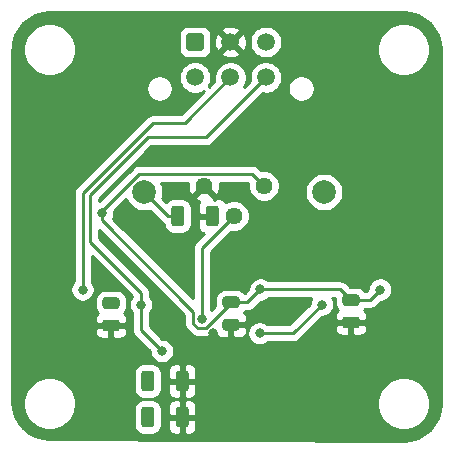
<source format=gbr>
G04 #@! TF.GenerationSoftware,KiCad,Pcbnew,(5.1.6)-1*
G04 #@! TF.CreationDate,2021-06-24T15:04:22+10:00*
G04 #@! TF.ProjectId,BSPD_Accumulator,42535044-5f41-4636-9375-6d756c61746f,rev?*
G04 #@! TF.SameCoordinates,Original*
G04 #@! TF.FileFunction,Copper,L2,Bot*
G04 #@! TF.FilePolarity,Positive*
%FSLAX46Y46*%
G04 Gerber Fmt 4.6, Leading zero omitted, Abs format (unit mm)*
G04 Created by KiCad (PCBNEW (5.1.6)-1) date 2021-06-24 15:04:22*
%MOMM*%
%LPD*%
G01*
G04 APERTURE LIST*
G04 #@! TA.AperFunction,ComponentPad*
%ADD10C,1.500000*%
G04 #@! TD*
G04 #@! TA.AperFunction,ComponentPad*
%ADD11C,1.440000*%
G04 #@! TD*
G04 #@! TA.AperFunction,ComponentPad*
%ADD12C,2.000000*%
G04 #@! TD*
G04 #@! TA.AperFunction,ViaPad*
%ADD13C,0.800000*%
G04 #@! TD*
G04 #@! TA.AperFunction,Conductor*
%ADD14C,0.250000*%
G04 #@! TD*
G04 #@! TA.AperFunction,Conductor*
%ADD15C,0.254000*%
G04 #@! TD*
G04 APERTURE END LIST*
G04 #@! TA.AperFunction,ComponentPad*
G36*
G01*
X84594000Y-46220000D02*
X84594000Y-45220000D01*
G75*
G02*
X84844000Y-44970000I250000J0D01*
G01*
X85844000Y-44970000D01*
G75*
G02*
X86094000Y-45220000I0J-250000D01*
G01*
X86094000Y-46220000D01*
G75*
G02*
X85844000Y-46470000I-250000J0D01*
G01*
X84844000Y-46470000D01*
G75*
G02*
X84594000Y-46220000I0J250000D01*
G01*
G37*
G04 #@! TD.AperFunction*
D10*
X88344000Y-45720000D03*
X91344000Y-45720000D03*
X85344000Y-48720000D03*
X88344000Y-48720000D03*
X91344000Y-48720000D03*
G04 #@! TA.AperFunction,SMDPad,CuDef*
G36*
G01*
X87917000Y-69157000D02*
X88867000Y-69157000D01*
G75*
G02*
X89117000Y-69407000I0J-250000D01*
G01*
X89117000Y-69907000D01*
G75*
G02*
X88867000Y-70157000I-250000J0D01*
G01*
X87917000Y-70157000D01*
G75*
G02*
X87667000Y-69907000I0J250000D01*
G01*
X87667000Y-69407000D01*
G75*
G02*
X87917000Y-69157000I250000J0D01*
G01*
G37*
G04 #@! TD.AperFunction*
G04 #@! TA.AperFunction,SMDPad,CuDef*
G36*
G01*
X87917000Y-67257000D02*
X88867000Y-67257000D01*
G75*
G02*
X89117000Y-67507000I0J-250000D01*
G01*
X89117000Y-68007000D01*
G75*
G02*
X88867000Y-68257000I-250000J0D01*
G01*
X87917000Y-68257000D01*
G75*
G02*
X87667000Y-68007000I0J250000D01*
G01*
X87667000Y-67507000D01*
G75*
G02*
X87917000Y-67257000I250000J0D01*
G01*
G37*
G04 #@! TD.AperFunction*
G04 #@! TA.AperFunction,SMDPad,CuDef*
G36*
G01*
X98077000Y-67066500D02*
X99027000Y-67066500D01*
G75*
G02*
X99277000Y-67316500I0J-250000D01*
G01*
X99277000Y-67816500D01*
G75*
G02*
X99027000Y-68066500I-250000J0D01*
G01*
X98077000Y-68066500D01*
G75*
G02*
X97827000Y-67816500I0J250000D01*
G01*
X97827000Y-67316500D01*
G75*
G02*
X98077000Y-67066500I250000J0D01*
G01*
G37*
G04 #@! TD.AperFunction*
G04 #@! TA.AperFunction,SMDPad,CuDef*
G36*
G01*
X98077000Y-68966500D02*
X99027000Y-68966500D01*
G75*
G02*
X99277000Y-69216500I0J-250000D01*
G01*
X99277000Y-69716500D01*
G75*
G02*
X99027000Y-69966500I-250000J0D01*
G01*
X98077000Y-69966500D01*
G75*
G02*
X97827000Y-69716500I0J250000D01*
G01*
X97827000Y-69216500D01*
G75*
G02*
X98077000Y-68966500I250000J0D01*
G01*
G37*
G04 #@! TD.AperFunction*
G04 #@! TA.AperFunction,SMDPad,CuDef*
G36*
G01*
X77757000Y-67320500D02*
X78707000Y-67320500D01*
G75*
G02*
X78957000Y-67570500I0J-250000D01*
G01*
X78957000Y-68070500D01*
G75*
G02*
X78707000Y-68320500I-250000J0D01*
G01*
X77757000Y-68320500D01*
G75*
G02*
X77507000Y-68070500I0J250000D01*
G01*
X77507000Y-67570500D01*
G75*
G02*
X77757000Y-67320500I250000J0D01*
G01*
G37*
G04 #@! TD.AperFunction*
G04 #@! TA.AperFunction,SMDPad,CuDef*
G36*
G01*
X77757000Y-69220500D02*
X78707000Y-69220500D01*
G75*
G02*
X78957000Y-69470500I0J-250000D01*
G01*
X78957000Y-69970500D01*
G75*
G02*
X78707000Y-70220500I-250000J0D01*
G01*
X77757000Y-70220500D01*
G75*
G02*
X77507000Y-69970500I0J250000D01*
G01*
X77507000Y-69470500D01*
G75*
G02*
X77757000Y-69220500I250000J0D01*
G01*
G37*
G04 #@! TD.AperFunction*
G04 #@! TA.AperFunction,SMDPad,CuDef*
G36*
G01*
X83319000Y-61077001D02*
X83319000Y-59826999D01*
G75*
G02*
X83568999Y-59577000I249999J0D01*
G01*
X84194001Y-59577000D01*
G75*
G02*
X84444000Y-59826999I0J-249999D01*
G01*
X84444000Y-61077001D01*
G75*
G02*
X84194001Y-61327000I-249999J0D01*
G01*
X83568999Y-61327000D01*
G75*
G02*
X83319000Y-61077001I0J249999D01*
G01*
G37*
G04 #@! TD.AperFunction*
G04 #@! TA.AperFunction,SMDPad,CuDef*
G36*
G01*
X86244000Y-61077001D02*
X86244000Y-59826999D01*
G75*
G02*
X86493999Y-59577000I249999J0D01*
G01*
X87119001Y-59577000D01*
G75*
G02*
X87369000Y-59826999I0J-249999D01*
G01*
X87369000Y-61077001D01*
G75*
G02*
X87119001Y-61327000I-249999J0D01*
G01*
X86493999Y-61327000D01*
G75*
G02*
X86244000Y-61077001I0J249999D01*
G01*
G37*
G04 #@! TD.AperFunction*
G04 #@! TA.AperFunction,SMDPad,CuDef*
G36*
G01*
X83704000Y-75047001D02*
X83704000Y-73796999D01*
G75*
G02*
X83953999Y-73547000I249999J0D01*
G01*
X84579001Y-73547000D01*
G75*
G02*
X84829000Y-73796999I0J-249999D01*
G01*
X84829000Y-75047001D01*
G75*
G02*
X84579001Y-75297000I-249999J0D01*
G01*
X83953999Y-75297000D01*
G75*
G02*
X83704000Y-75047001I0J249999D01*
G01*
G37*
G04 #@! TD.AperFunction*
G04 #@! TA.AperFunction,SMDPad,CuDef*
G36*
G01*
X80779000Y-75047001D02*
X80779000Y-73796999D01*
G75*
G02*
X81028999Y-73547000I249999J0D01*
G01*
X81654001Y-73547000D01*
G75*
G02*
X81904000Y-73796999I0J-249999D01*
G01*
X81904000Y-75047001D01*
G75*
G02*
X81654001Y-75297000I-249999J0D01*
G01*
X81028999Y-75297000D01*
G75*
G02*
X80779000Y-75047001I0J249999D01*
G01*
G37*
G04 #@! TD.AperFunction*
G04 #@! TA.AperFunction,SMDPad,CuDef*
G36*
G01*
X80779000Y-78095001D02*
X80779000Y-76844999D01*
G75*
G02*
X81028999Y-76595000I249999J0D01*
G01*
X81654001Y-76595000D01*
G75*
G02*
X81904000Y-76844999I0J-249999D01*
G01*
X81904000Y-78095001D01*
G75*
G02*
X81654001Y-78345000I-249999J0D01*
G01*
X81028999Y-78345000D01*
G75*
G02*
X80779000Y-78095001I0J249999D01*
G01*
G37*
G04 #@! TD.AperFunction*
G04 #@! TA.AperFunction,SMDPad,CuDef*
G36*
G01*
X83704000Y-78095001D02*
X83704000Y-76844999D01*
G75*
G02*
X83953999Y-76595000I249999J0D01*
G01*
X84579001Y-76595000D01*
G75*
G02*
X84829000Y-76844999I0J-249999D01*
G01*
X84829000Y-78095001D01*
G75*
G02*
X84579001Y-78345000I-249999J0D01*
G01*
X83953999Y-78345000D01*
G75*
G02*
X83704000Y-78095001I0J249999D01*
G01*
G37*
G04 #@! TD.AperFunction*
D11*
X91186000Y-57912000D03*
X88646000Y-60452000D03*
X86106000Y-57912000D03*
D12*
X96266000Y-58420000D03*
X81026000Y-58420000D03*
D13*
X96012000Y-70612000D03*
X75946000Y-70358000D03*
X86871155Y-70361155D03*
X101092000Y-64327500D03*
X78232000Y-67820500D03*
X77470000Y-60198000D03*
X90874501Y-66669501D03*
X101027000Y-66675000D03*
X81341500Y-74422000D03*
X75822000Y-66675000D03*
X80772000Y-67945000D03*
X82550000Y-71882000D03*
X81341500Y-77470000D03*
X90810499Y-70379511D03*
X96077000Y-67945000D03*
X85924501Y-69209501D03*
D14*
X86871155Y-70361155D02*
X86871155Y-70862845D01*
X90140999Y-56866999D02*
X80617999Y-56866999D01*
X91186000Y-57912000D02*
X90140999Y-56866999D01*
X88392000Y-67757000D02*
X89787002Y-67757000D01*
X89787002Y-67757000D02*
X90874501Y-66669501D01*
X97655001Y-66669501D02*
X98552000Y-67566500D01*
X90874501Y-66669501D02*
X97655001Y-66669501D01*
X98552000Y-67566500D02*
X100135500Y-67566500D01*
X100135500Y-67566500D02*
X101027000Y-66675000D01*
X77470000Y-60812002D02*
X77470000Y-60198000D01*
X86272502Y-69934502D02*
X85576500Y-69934502D01*
X88392000Y-67815004D02*
X86272502Y-69934502D01*
X88392000Y-67757000D02*
X88392000Y-67815004D01*
X77470000Y-60014998D02*
X77470000Y-60198000D01*
X80617999Y-56866999D02*
X77470000Y-60014998D01*
X85576500Y-69934502D02*
X85199500Y-69557502D01*
X85199500Y-68541502D02*
X85036999Y-68379001D01*
X85199500Y-69557502D02*
X85199500Y-68541502D01*
X85036999Y-68379001D02*
X77470000Y-60812002D01*
X75822000Y-58671000D02*
X75822000Y-66675000D01*
X75822000Y-58544000D02*
X75822000Y-58671000D01*
X81788000Y-52578000D02*
X75822000Y-58544000D01*
X84486000Y-52578000D02*
X81788000Y-52578000D01*
X88344000Y-48720000D02*
X84486000Y-52578000D01*
X80772000Y-70104000D02*
X80772000Y-67945000D01*
X82550000Y-71882000D02*
X80772000Y-70104000D01*
X81337990Y-53790010D02*
X86273990Y-53790010D01*
X76454000Y-58674000D02*
X81337990Y-53790010D01*
X86273990Y-53790010D02*
X91344000Y-48720000D01*
X80772000Y-66929000D02*
X76454000Y-62611000D01*
X76454000Y-62611000D02*
X76454000Y-58674000D01*
X80772000Y-67945000D02*
X80772000Y-66929000D01*
X83058000Y-60452000D02*
X81026000Y-58420000D01*
X83881500Y-60452000D02*
X83058000Y-60452000D01*
X90810499Y-70379511D02*
X93642489Y-70379511D01*
X93642489Y-70379511D02*
X96077000Y-67945000D01*
X88646000Y-60452000D02*
X85924501Y-63173499D01*
X85924501Y-63173499D02*
X85924501Y-69209501D01*
D15*
G36*
X103608222Y-43268096D02*
G01*
X104196164Y-43445606D01*
X104738436Y-43733937D01*
X105214364Y-44122094D01*
X105605845Y-44595314D01*
X105897951Y-45135552D01*
X106079563Y-45722244D01*
X106147001Y-46363888D01*
X106147000Y-76294721D01*
X106083904Y-76938221D01*
X105906394Y-77526164D01*
X105618063Y-78068436D01*
X105229906Y-78544364D01*
X104756686Y-78935845D01*
X104216449Y-79227950D01*
X103629756Y-79409563D01*
X102988522Y-79476959D01*
X73058678Y-79350137D01*
X72413779Y-79286904D01*
X71825836Y-79109394D01*
X71283564Y-78821063D01*
X70807636Y-78432906D01*
X70416155Y-77959686D01*
X70124050Y-77419449D01*
X69942437Y-76832756D01*
X69875000Y-76191130D01*
X69875000Y-76134872D01*
X70790000Y-76134872D01*
X70790000Y-76575128D01*
X70875890Y-77006925D01*
X71044369Y-77413669D01*
X71288962Y-77779729D01*
X71600271Y-78091038D01*
X71966331Y-78335631D01*
X72373075Y-78504110D01*
X72804872Y-78590000D01*
X73245128Y-78590000D01*
X73676925Y-78504110D01*
X74083669Y-78335631D01*
X74449729Y-78091038D01*
X74761038Y-77779729D01*
X75005631Y-77413669D01*
X75174110Y-77006925D01*
X75206319Y-76844999D01*
X80140928Y-76844999D01*
X80140928Y-78095001D01*
X80157992Y-78268255D01*
X80208528Y-78434851D01*
X80290595Y-78588387D01*
X80401038Y-78722962D01*
X80535613Y-78833405D01*
X80689149Y-78915472D01*
X80855745Y-78966008D01*
X81028999Y-78983072D01*
X81654001Y-78983072D01*
X81827255Y-78966008D01*
X81993851Y-78915472D01*
X82147387Y-78833405D01*
X82281962Y-78722962D01*
X82392405Y-78588387D01*
X82474472Y-78434851D01*
X82501727Y-78345000D01*
X83065928Y-78345000D01*
X83078188Y-78469482D01*
X83114498Y-78589180D01*
X83173463Y-78699494D01*
X83252815Y-78796185D01*
X83349506Y-78875537D01*
X83459820Y-78934502D01*
X83579518Y-78970812D01*
X83704000Y-78983072D01*
X83980750Y-78980000D01*
X84139500Y-78821250D01*
X84139500Y-77597000D01*
X84393500Y-77597000D01*
X84393500Y-78821250D01*
X84552250Y-78980000D01*
X84829000Y-78983072D01*
X84953482Y-78970812D01*
X85073180Y-78934502D01*
X85183494Y-78875537D01*
X85280185Y-78796185D01*
X85359537Y-78699494D01*
X85418502Y-78589180D01*
X85454812Y-78469482D01*
X85467072Y-78345000D01*
X85464000Y-77755750D01*
X85305250Y-77597000D01*
X84393500Y-77597000D01*
X84139500Y-77597000D01*
X83227750Y-77597000D01*
X83069000Y-77755750D01*
X83065928Y-78345000D01*
X82501727Y-78345000D01*
X82525008Y-78268255D01*
X82542072Y-78095001D01*
X82542072Y-76844999D01*
X82525008Y-76671745D01*
X82501728Y-76595000D01*
X83065928Y-76595000D01*
X83069000Y-77184250D01*
X83227750Y-77343000D01*
X84139500Y-77343000D01*
X84139500Y-76118750D01*
X84393500Y-76118750D01*
X84393500Y-77343000D01*
X85305250Y-77343000D01*
X85464000Y-77184250D01*
X85467072Y-76595000D01*
X85454812Y-76470518D01*
X85418502Y-76350820D01*
X85359537Y-76240506D01*
X85280185Y-76143815D01*
X85269288Y-76134872D01*
X100790000Y-76134872D01*
X100790000Y-76575128D01*
X100875890Y-77006925D01*
X101044369Y-77413669D01*
X101288962Y-77779729D01*
X101600271Y-78091038D01*
X101966331Y-78335631D01*
X102373075Y-78504110D01*
X102804872Y-78590000D01*
X103245128Y-78590000D01*
X103676925Y-78504110D01*
X104083669Y-78335631D01*
X104449729Y-78091038D01*
X104761038Y-77779729D01*
X105005631Y-77413669D01*
X105174110Y-77006925D01*
X105260000Y-76575128D01*
X105260000Y-76134872D01*
X105174110Y-75703075D01*
X105005631Y-75296331D01*
X104761038Y-74930271D01*
X104449729Y-74618962D01*
X104083669Y-74374369D01*
X103676925Y-74205890D01*
X103245128Y-74120000D01*
X102804872Y-74120000D01*
X102373075Y-74205890D01*
X101966331Y-74374369D01*
X101600271Y-74618962D01*
X101288962Y-74930271D01*
X101044369Y-75296331D01*
X100875890Y-75703075D01*
X100790000Y-76134872D01*
X85269288Y-76134872D01*
X85183494Y-76064463D01*
X85073180Y-76005498D01*
X84953482Y-75969188D01*
X84829000Y-75956928D01*
X84552250Y-75960000D01*
X84393500Y-76118750D01*
X84139500Y-76118750D01*
X83980750Y-75960000D01*
X83704000Y-75956928D01*
X83579518Y-75969188D01*
X83459820Y-76005498D01*
X83349506Y-76064463D01*
X83252815Y-76143815D01*
X83173463Y-76240506D01*
X83114498Y-76350820D01*
X83078188Y-76470518D01*
X83065928Y-76595000D01*
X82501728Y-76595000D01*
X82474472Y-76505149D01*
X82392405Y-76351613D01*
X82281962Y-76217038D01*
X82147387Y-76106595D01*
X81993851Y-76024528D01*
X81827255Y-75973992D01*
X81654001Y-75956928D01*
X81028999Y-75956928D01*
X80855745Y-75973992D01*
X80689149Y-76024528D01*
X80535613Y-76106595D01*
X80401038Y-76217038D01*
X80290595Y-76351613D01*
X80208528Y-76505149D01*
X80157992Y-76671745D01*
X80140928Y-76844999D01*
X75206319Y-76844999D01*
X75260000Y-76575128D01*
X75260000Y-76134872D01*
X75174110Y-75703075D01*
X75005631Y-75296331D01*
X74761038Y-74930271D01*
X74449729Y-74618962D01*
X74083669Y-74374369D01*
X73676925Y-74205890D01*
X73245128Y-74120000D01*
X72804872Y-74120000D01*
X72373075Y-74205890D01*
X71966331Y-74374369D01*
X71600271Y-74618962D01*
X71288962Y-74930271D01*
X71044369Y-75296331D01*
X70875890Y-75703075D01*
X70790000Y-76134872D01*
X69875000Y-76134872D01*
X69875000Y-73796999D01*
X80140928Y-73796999D01*
X80140928Y-75047001D01*
X80157992Y-75220255D01*
X80208528Y-75386851D01*
X80290595Y-75540387D01*
X80401038Y-75674962D01*
X80535613Y-75785405D01*
X80689149Y-75867472D01*
X80855745Y-75918008D01*
X81028999Y-75935072D01*
X81654001Y-75935072D01*
X81827255Y-75918008D01*
X81993851Y-75867472D01*
X82147387Y-75785405D01*
X82281962Y-75674962D01*
X82392405Y-75540387D01*
X82474472Y-75386851D01*
X82501727Y-75297000D01*
X83065928Y-75297000D01*
X83078188Y-75421482D01*
X83114498Y-75541180D01*
X83173463Y-75651494D01*
X83252815Y-75748185D01*
X83349506Y-75827537D01*
X83459820Y-75886502D01*
X83579518Y-75922812D01*
X83704000Y-75935072D01*
X83980750Y-75932000D01*
X84139500Y-75773250D01*
X84139500Y-74549000D01*
X84393500Y-74549000D01*
X84393500Y-75773250D01*
X84552250Y-75932000D01*
X84829000Y-75935072D01*
X84953482Y-75922812D01*
X85073180Y-75886502D01*
X85183494Y-75827537D01*
X85280185Y-75748185D01*
X85359537Y-75651494D01*
X85418502Y-75541180D01*
X85454812Y-75421482D01*
X85467072Y-75297000D01*
X85464000Y-74707750D01*
X85305250Y-74549000D01*
X84393500Y-74549000D01*
X84139500Y-74549000D01*
X83227750Y-74549000D01*
X83069000Y-74707750D01*
X83065928Y-75297000D01*
X82501727Y-75297000D01*
X82525008Y-75220255D01*
X82542072Y-75047001D01*
X82542072Y-73796999D01*
X82525008Y-73623745D01*
X82501728Y-73547000D01*
X83065928Y-73547000D01*
X83069000Y-74136250D01*
X83227750Y-74295000D01*
X84139500Y-74295000D01*
X84139500Y-73070750D01*
X84393500Y-73070750D01*
X84393500Y-74295000D01*
X85305250Y-74295000D01*
X85464000Y-74136250D01*
X85467072Y-73547000D01*
X85454812Y-73422518D01*
X85418502Y-73302820D01*
X85359537Y-73192506D01*
X85280185Y-73095815D01*
X85183494Y-73016463D01*
X85073180Y-72957498D01*
X84953482Y-72921188D01*
X84829000Y-72908928D01*
X84552250Y-72912000D01*
X84393500Y-73070750D01*
X84139500Y-73070750D01*
X83980750Y-72912000D01*
X83704000Y-72908928D01*
X83579518Y-72921188D01*
X83459820Y-72957498D01*
X83349506Y-73016463D01*
X83252815Y-73095815D01*
X83173463Y-73192506D01*
X83114498Y-73302820D01*
X83078188Y-73422518D01*
X83065928Y-73547000D01*
X82501728Y-73547000D01*
X82474472Y-73457149D01*
X82392405Y-73303613D01*
X82281962Y-73169038D01*
X82147387Y-73058595D01*
X81993851Y-72976528D01*
X81827255Y-72925992D01*
X81654001Y-72908928D01*
X81028999Y-72908928D01*
X80855745Y-72925992D01*
X80689149Y-72976528D01*
X80535613Y-73058595D01*
X80401038Y-73169038D01*
X80290595Y-73303613D01*
X80208528Y-73457149D01*
X80157992Y-73623745D01*
X80140928Y-73796999D01*
X69875000Y-73796999D01*
X69875000Y-70220500D01*
X76868928Y-70220500D01*
X76881188Y-70344982D01*
X76917498Y-70464680D01*
X76976463Y-70574994D01*
X77055815Y-70671685D01*
X77152506Y-70751037D01*
X77262820Y-70810002D01*
X77382518Y-70846312D01*
X77507000Y-70858572D01*
X77946250Y-70855500D01*
X78105000Y-70696750D01*
X78105000Y-69847500D01*
X78359000Y-69847500D01*
X78359000Y-70696750D01*
X78517750Y-70855500D01*
X78957000Y-70858572D01*
X79081482Y-70846312D01*
X79201180Y-70810002D01*
X79311494Y-70751037D01*
X79408185Y-70671685D01*
X79487537Y-70574994D01*
X79546502Y-70464680D01*
X79582812Y-70344982D01*
X79595072Y-70220500D01*
X79592000Y-70006250D01*
X79433250Y-69847500D01*
X78359000Y-69847500D01*
X78105000Y-69847500D01*
X77030750Y-69847500D01*
X76872000Y-70006250D01*
X76868928Y-70220500D01*
X69875000Y-70220500D01*
X69875000Y-66573061D01*
X74787000Y-66573061D01*
X74787000Y-66776939D01*
X74826774Y-66976898D01*
X74904795Y-67165256D01*
X75018063Y-67334774D01*
X75162226Y-67478937D01*
X75331744Y-67592205D01*
X75520102Y-67670226D01*
X75720061Y-67710000D01*
X75923939Y-67710000D01*
X76123898Y-67670226D01*
X76312256Y-67592205D01*
X76344739Y-67570500D01*
X76868928Y-67570500D01*
X76868928Y-68070500D01*
X76885992Y-68243754D01*
X76936528Y-68410350D01*
X77018595Y-68563886D01*
X77129038Y-68698462D01*
X77135594Y-68703842D01*
X77055815Y-68769315D01*
X76976463Y-68866006D01*
X76917498Y-68976320D01*
X76881188Y-69096018D01*
X76868928Y-69220500D01*
X76872000Y-69434750D01*
X77030750Y-69593500D01*
X78105000Y-69593500D01*
X78105000Y-69573500D01*
X78359000Y-69573500D01*
X78359000Y-69593500D01*
X79433250Y-69593500D01*
X79592000Y-69434750D01*
X79595072Y-69220500D01*
X79582812Y-69096018D01*
X79546502Y-68976320D01*
X79487537Y-68866006D01*
X79408185Y-68769315D01*
X79328406Y-68703842D01*
X79334962Y-68698462D01*
X79445405Y-68563886D01*
X79527472Y-68410350D01*
X79578008Y-68243754D01*
X79595072Y-68070500D01*
X79595072Y-67570500D01*
X79578008Y-67397246D01*
X79527472Y-67230650D01*
X79445405Y-67077114D01*
X79334962Y-66942538D01*
X79200386Y-66832095D01*
X79046850Y-66750028D01*
X78880254Y-66699492D01*
X78707000Y-66682428D01*
X77757000Y-66682428D01*
X77583746Y-66699492D01*
X77417150Y-66750028D01*
X77263614Y-66832095D01*
X77129038Y-66942538D01*
X77018595Y-67077114D01*
X76936528Y-67230650D01*
X76885992Y-67397246D01*
X76868928Y-67570500D01*
X76344739Y-67570500D01*
X76481774Y-67478937D01*
X76625937Y-67334774D01*
X76739205Y-67165256D01*
X76817226Y-66976898D01*
X76857000Y-66776939D01*
X76857000Y-66573061D01*
X76817226Y-66373102D01*
X76739205Y-66184744D01*
X76625937Y-66015226D01*
X76582000Y-65971289D01*
X76582000Y-63813801D01*
X80010744Y-67242545D01*
X79968063Y-67285226D01*
X79854795Y-67454744D01*
X79776774Y-67643102D01*
X79737000Y-67843061D01*
X79737000Y-68046939D01*
X79776774Y-68246898D01*
X79854795Y-68435256D01*
X79968063Y-68604774D01*
X80012001Y-68648712D01*
X80012000Y-70066677D01*
X80008324Y-70104000D01*
X80012000Y-70141322D01*
X80012000Y-70141332D01*
X80022997Y-70252985D01*
X80061378Y-70379511D01*
X80066454Y-70396246D01*
X80137026Y-70528276D01*
X80170838Y-70569476D01*
X80231999Y-70644001D01*
X80261003Y-70667804D01*
X81515000Y-71921802D01*
X81515000Y-71983939D01*
X81554774Y-72183898D01*
X81632795Y-72372256D01*
X81746063Y-72541774D01*
X81890226Y-72685937D01*
X82059744Y-72799205D01*
X82248102Y-72877226D01*
X82448061Y-72917000D01*
X82651939Y-72917000D01*
X82851898Y-72877226D01*
X83040256Y-72799205D01*
X83209774Y-72685937D01*
X83353937Y-72541774D01*
X83467205Y-72372256D01*
X83545226Y-72183898D01*
X83585000Y-71983939D01*
X83585000Y-71780061D01*
X83545226Y-71580102D01*
X83467205Y-71391744D01*
X83353937Y-71222226D01*
X83209774Y-71078063D01*
X83040256Y-70964795D01*
X82851898Y-70886774D01*
X82651939Y-70847000D01*
X82589802Y-70847000D01*
X81532000Y-69789199D01*
X81532000Y-68648711D01*
X81575937Y-68604774D01*
X81689205Y-68435256D01*
X81767226Y-68246898D01*
X81807000Y-68046939D01*
X81807000Y-67843061D01*
X81767226Y-67643102D01*
X81689205Y-67454744D01*
X81575937Y-67285226D01*
X81532000Y-67241289D01*
X81532000Y-66966322D01*
X81535676Y-66928999D01*
X81532000Y-66891676D01*
X81532000Y-66891667D01*
X81521003Y-66780014D01*
X81477546Y-66636753D01*
X81406974Y-66504724D01*
X81312001Y-66388999D01*
X81283003Y-66365201D01*
X77214000Y-62296199D01*
X77214000Y-61630803D01*
X84439501Y-68856305D01*
X84439500Y-69520179D01*
X84435824Y-69557502D01*
X84439500Y-69594824D01*
X84439500Y-69594834D01*
X84450497Y-69706487D01*
X84493272Y-69847500D01*
X84493954Y-69849748D01*
X84564526Y-69981778D01*
X84584610Y-70006250D01*
X84659499Y-70097503D01*
X84688503Y-70121306D01*
X85012696Y-70445499D01*
X85036499Y-70474503D01*
X85152224Y-70569476D01*
X85237396Y-70615002D01*
X85284253Y-70640048D01*
X85427514Y-70683505D01*
X85576500Y-70698179D01*
X85613833Y-70694502D01*
X86235180Y-70694502D01*
X86272502Y-70698178D01*
X86309824Y-70694502D01*
X86309835Y-70694502D01*
X86421488Y-70683505D01*
X86564749Y-70640048D01*
X86696778Y-70569476D01*
X86812503Y-70474503D01*
X86836306Y-70445499D01*
X87037524Y-70244281D01*
X87041188Y-70281482D01*
X87077498Y-70401180D01*
X87136463Y-70511494D01*
X87215815Y-70608185D01*
X87312506Y-70687537D01*
X87422820Y-70746502D01*
X87542518Y-70782812D01*
X87667000Y-70795072D01*
X88106250Y-70792000D01*
X88265000Y-70633250D01*
X88265000Y-69784000D01*
X88519000Y-69784000D01*
X88519000Y-70633250D01*
X88677750Y-70792000D01*
X89117000Y-70795072D01*
X89241482Y-70782812D01*
X89361180Y-70746502D01*
X89471494Y-70687537D01*
X89568185Y-70608185D01*
X89647537Y-70511494D01*
X89706502Y-70401180D01*
X89742812Y-70281482D01*
X89755072Y-70157000D01*
X89752000Y-69942750D01*
X89593250Y-69784000D01*
X88519000Y-69784000D01*
X88265000Y-69784000D01*
X88245000Y-69784000D01*
X88245000Y-69530000D01*
X88265000Y-69530000D01*
X88265000Y-69510000D01*
X88519000Y-69510000D01*
X88519000Y-69530000D01*
X89593250Y-69530000D01*
X89752000Y-69371250D01*
X89755072Y-69157000D01*
X89742812Y-69032518D01*
X89706502Y-68912820D01*
X89647537Y-68802506D01*
X89568185Y-68705815D01*
X89488406Y-68640342D01*
X89494962Y-68634962D01*
X89591770Y-68517000D01*
X89749680Y-68517000D01*
X89787002Y-68520676D01*
X89824324Y-68517000D01*
X89824335Y-68517000D01*
X89935988Y-68506003D01*
X90079249Y-68462546D01*
X90211278Y-68391974D01*
X90327003Y-68297001D01*
X90350806Y-68267998D01*
X90914303Y-67704501D01*
X90976440Y-67704501D01*
X91176399Y-67664727D01*
X91364757Y-67586706D01*
X91534275Y-67473438D01*
X91578212Y-67429501D01*
X95176662Y-67429501D01*
X95159795Y-67454744D01*
X95081774Y-67643102D01*
X95042000Y-67843061D01*
X95042000Y-67905197D01*
X93327688Y-69619511D01*
X91514210Y-69619511D01*
X91470273Y-69575574D01*
X91300755Y-69462306D01*
X91112397Y-69384285D01*
X90912438Y-69344511D01*
X90708560Y-69344511D01*
X90508601Y-69384285D01*
X90320243Y-69462306D01*
X90150725Y-69575574D01*
X90006562Y-69719737D01*
X89893294Y-69889255D01*
X89815273Y-70077613D01*
X89775499Y-70277572D01*
X89775499Y-70481450D01*
X89815273Y-70681409D01*
X89893294Y-70869767D01*
X90006562Y-71039285D01*
X90150725Y-71183448D01*
X90320243Y-71296716D01*
X90508601Y-71374737D01*
X90708560Y-71414511D01*
X90912438Y-71414511D01*
X91112397Y-71374737D01*
X91300755Y-71296716D01*
X91470273Y-71183448D01*
X91514210Y-71139511D01*
X93605167Y-71139511D01*
X93642489Y-71143187D01*
X93679811Y-71139511D01*
X93679822Y-71139511D01*
X93791475Y-71128514D01*
X93934736Y-71085057D01*
X94066765Y-71014485D01*
X94182490Y-70919512D01*
X94206293Y-70890508D01*
X95130301Y-69966500D01*
X97188928Y-69966500D01*
X97201188Y-70090982D01*
X97237498Y-70210680D01*
X97296463Y-70320994D01*
X97375815Y-70417685D01*
X97472506Y-70497037D01*
X97582820Y-70556002D01*
X97702518Y-70592312D01*
X97827000Y-70604572D01*
X98266250Y-70601500D01*
X98425000Y-70442750D01*
X98425000Y-69593500D01*
X98679000Y-69593500D01*
X98679000Y-70442750D01*
X98837750Y-70601500D01*
X99277000Y-70604572D01*
X99401482Y-70592312D01*
X99521180Y-70556002D01*
X99631494Y-70497037D01*
X99728185Y-70417685D01*
X99807537Y-70320994D01*
X99866502Y-70210680D01*
X99902812Y-70090982D01*
X99915072Y-69966500D01*
X99912000Y-69752250D01*
X99753250Y-69593500D01*
X98679000Y-69593500D01*
X98425000Y-69593500D01*
X97350750Y-69593500D01*
X97192000Y-69752250D01*
X97188928Y-69966500D01*
X95130301Y-69966500D01*
X96116803Y-68980000D01*
X96178939Y-68980000D01*
X96378898Y-68940226D01*
X96567256Y-68862205D01*
X96736774Y-68748937D01*
X96880937Y-68604774D01*
X96994205Y-68435256D01*
X97072226Y-68246898D01*
X97112000Y-68046939D01*
X97112000Y-67843061D01*
X97072226Y-67643102D01*
X96994205Y-67454744D01*
X96977338Y-67429501D01*
X97188928Y-67429501D01*
X97188928Y-67816500D01*
X97205992Y-67989754D01*
X97256528Y-68156350D01*
X97338595Y-68309886D01*
X97449038Y-68444462D01*
X97455594Y-68449842D01*
X97375815Y-68515315D01*
X97296463Y-68612006D01*
X97237498Y-68722320D01*
X97201188Y-68842018D01*
X97188928Y-68966500D01*
X97192000Y-69180750D01*
X97350750Y-69339500D01*
X98425000Y-69339500D01*
X98425000Y-69319500D01*
X98679000Y-69319500D01*
X98679000Y-69339500D01*
X99753250Y-69339500D01*
X99912000Y-69180750D01*
X99915072Y-68966500D01*
X99902812Y-68842018D01*
X99866502Y-68722320D01*
X99807537Y-68612006D01*
X99728185Y-68515315D01*
X99648406Y-68449842D01*
X99654962Y-68444462D01*
X99751770Y-68326500D01*
X100098178Y-68326500D01*
X100135500Y-68330176D01*
X100172822Y-68326500D01*
X100172833Y-68326500D01*
X100284486Y-68315503D01*
X100427747Y-68272046D01*
X100559776Y-68201474D01*
X100675501Y-68106501D01*
X100699303Y-68077498D01*
X101066802Y-67710000D01*
X101128939Y-67710000D01*
X101328898Y-67670226D01*
X101517256Y-67592205D01*
X101686774Y-67478937D01*
X101830937Y-67334774D01*
X101944205Y-67165256D01*
X102022226Y-66976898D01*
X102062000Y-66776939D01*
X102062000Y-66573061D01*
X102022226Y-66373102D01*
X101944205Y-66184744D01*
X101830937Y-66015226D01*
X101686774Y-65871063D01*
X101517256Y-65757795D01*
X101328898Y-65679774D01*
X101128939Y-65640000D01*
X100925061Y-65640000D01*
X100725102Y-65679774D01*
X100536744Y-65757795D01*
X100367226Y-65871063D01*
X100223063Y-66015226D01*
X100109795Y-66184744D01*
X100031774Y-66373102D01*
X99992000Y-66573061D01*
X99992000Y-66635198D01*
X99820698Y-66806500D01*
X99751770Y-66806500D01*
X99654962Y-66688538D01*
X99520386Y-66578095D01*
X99366850Y-66496028D01*
X99200254Y-66445492D01*
X99027000Y-66428428D01*
X98488729Y-66428428D01*
X98218804Y-66158503D01*
X98195002Y-66129500D01*
X98079277Y-66034527D01*
X97947248Y-65963955D01*
X97803987Y-65920498D01*
X97692334Y-65909501D01*
X97692323Y-65909501D01*
X97655001Y-65905825D01*
X97617679Y-65909501D01*
X91578212Y-65909501D01*
X91534275Y-65865564D01*
X91364757Y-65752296D01*
X91176399Y-65674275D01*
X90976440Y-65634501D01*
X90772562Y-65634501D01*
X90572603Y-65674275D01*
X90384245Y-65752296D01*
X90214727Y-65865564D01*
X90070564Y-66009727D01*
X89957296Y-66179245D01*
X89879275Y-66367603D01*
X89839501Y-66567562D01*
X89839501Y-66629699D01*
X89537874Y-66931327D01*
X89494962Y-66879038D01*
X89360386Y-66768595D01*
X89206850Y-66686528D01*
X89040254Y-66635992D01*
X88867000Y-66618928D01*
X87917000Y-66618928D01*
X87743746Y-66635992D01*
X87577150Y-66686528D01*
X87423614Y-66768595D01*
X87289038Y-66879038D01*
X87178595Y-67013614D01*
X87096528Y-67167150D01*
X87045992Y-67333746D01*
X87028928Y-67507000D01*
X87028928Y-68007000D01*
X87037560Y-68094642D01*
X86684501Y-68447702D01*
X86684501Y-63488300D01*
X88390148Y-61782654D01*
X88512544Y-61807000D01*
X88779456Y-61807000D01*
X89041239Y-61754928D01*
X89287833Y-61652785D01*
X89509762Y-61504497D01*
X89698497Y-61315762D01*
X89846785Y-61093833D01*
X89948928Y-60847239D01*
X90001000Y-60585456D01*
X90001000Y-60318544D01*
X89948928Y-60056761D01*
X89846785Y-59810167D01*
X89698497Y-59588238D01*
X89509762Y-59399503D01*
X89287833Y-59251215D01*
X89041239Y-59149072D01*
X88779456Y-59097000D01*
X88512544Y-59097000D01*
X88250761Y-59149072D01*
X88004167Y-59251215D01*
X87938379Y-59295173D01*
X87899537Y-59222506D01*
X87820185Y-59125815D01*
X87723494Y-59046463D01*
X87613180Y-58987498D01*
X87493482Y-58951188D01*
X87369000Y-58938928D01*
X87092250Y-58942000D01*
X86933502Y-59100748D01*
X86933502Y-58942000D01*
X86837170Y-58942000D01*
X86861955Y-58847560D01*
X86106000Y-58091605D01*
X85350045Y-58847560D01*
X85411932Y-59083368D01*
X85653790Y-59196266D01*
X85721397Y-59212838D01*
X85713463Y-59222506D01*
X85654498Y-59332820D01*
X85618188Y-59452518D01*
X85605928Y-59577000D01*
X85609000Y-60166250D01*
X85767750Y-60325000D01*
X86679500Y-60325000D01*
X86679500Y-60305000D01*
X86933500Y-60305000D01*
X86933500Y-60325000D01*
X86953500Y-60325000D01*
X86953500Y-60579000D01*
X86933500Y-60579000D01*
X86933500Y-60599000D01*
X86679500Y-60599000D01*
X86679500Y-60579000D01*
X85767750Y-60579000D01*
X85609000Y-60737750D01*
X85605928Y-61327000D01*
X85618188Y-61451482D01*
X85654498Y-61571180D01*
X85713463Y-61681494D01*
X85792815Y-61778185D01*
X85889506Y-61857537D01*
X85999820Y-61916502D01*
X86081822Y-61941377D01*
X85413504Y-62609695D01*
X85384500Y-62633498D01*
X85329372Y-62700673D01*
X85289527Y-62749223D01*
X85218956Y-62881252D01*
X85218955Y-62881253D01*
X85175498Y-63024514D01*
X85164501Y-63136167D01*
X85164501Y-63136177D01*
X85160825Y-63173499D01*
X85164501Y-63210822D01*
X85164502Y-67431702D01*
X78397120Y-60664320D01*
X78465226Y-60499898D01*
X78505000Y-60299939D01*
X78505000Y-60096061D01*
X78498154Y-60061645D01*
X79515063Y-59044736D01*
X79577082Y-59194463D01*
X79756013Y-59462252D01*
X79983748Y-59689987D01*
X80251537Y-59868918D01*
X80549088Y-59992168D01*
X80864967Y-60055000D01*
X81187033Y-60055000D01*
X81502912Y-59992168D01*
X81517375Y-59986177D01*
X82494201Y-60963003D01*
X82517999Y-60992001D01*
X82546997Y-61015799D01*
X82633723Y-61086974D01*
X82684588Y-61114162D01*
X82697992Y-61250255D01*
X82748528Y-61416851D01*
X82830595Y-61570387D01*
X82941038Y-61704962D01*
X83075613Y-61815405D01*
X83229149Y-61897472D01*
X83395745Y-61948008D01*
X83568999Y-61965072D01*
X84194001Y-61965072D01*
X84367255Y-61948008D01*
X84533851Y-61897472D01*
X84687387Y-61815405D01*
X84821962Y-61704962D01*
X84932405Y-61570387D01*
X85014472Y-61416851D01*
X85065008Y-61250255D01*
X85082072Y-61077001D01*
X85082072Y-59826999D01*
X85065008Y-59653745D01*
X85014472Y-59487149D01*
X84932405Y-59333613D01*
X84821962Y-59199038D01*
X84687387Y-59088595D01*
X84533851Y-59006528D01*
X84367255Y-58955992D01*
X84194001Y-58938928D01*
X83568999Y-58938928D01*
X83395745Y-58955992D01*
X83229149Y-59006528D01*
X83075613Y-59088595D01*
X82941038Y-59199038D01*
X82913453Y-59232651D01*
X82592177Y-58911375D01*
X82598168Y-58896912D01*
X82661000Y-58581033D01*
X82661000Y-58258967D01*
X82598168Y-57943088D01*
X82474918Y-57645537D01*
X82462531Y-57626999D01*
X84780747Y-57626999D01*
X84758189Y-57719027D01*
X84746439Y-57985680D01*
X84786937Y-58249501D01*
X84878125Y-58500353D01*
X84934632Y-58606068D01*
X85170440Y-58667955D01*
X85926395Y-57912000D01*
X85912253Y-57897858D01*
X86091858Y-57718253D01*
X86106000Y-57732395D01*
X86120143Y-57718253D01*
X86299748Y-57897858D01*
X86285605Y-57912000D01*
X87041560Y-58667955D01*
X87277368Y-58606068D01*
X87390266Y-58364210D01*
X87453811Y-58104973D01*
X87465561Y-57838320D01*
X87433122Y-57626999D01*
X89826198Y-57626999D01*
X89855346Y-57656147D01*
X89831000Y-57778544D01*
X89831000Y-58045456D01*
X89883072Y-58307239D01*
X89985215Y-58553833D01*
X90133503Y-58775762D01*
X90322238Y-58964497D01*
X90544167Y-59112785D01*
X90790761Y-59214928D01*
X91052544Y-59267000D01*
X91319456Y-59267000D01*
X91581239Y-59214928D01*
X91827833Y-59112785D01*
X92049762Y-58964497D01*
X92238497Y-58775762D01*
X92386785Y-58553833D01*
X92488928Y-58307239D01*
X92498529Y-58258967D01*
X94631000Y-58258967D01*
X94631000Y-58581033D01*
X94693832Y-58896912D01*
X94817082Y-59194463D01*
X94996013Y-59462252D01*
X95223748Y-59689987D01*
X95491537Y-59868918D01*
X95789088Y-59992168D01*
X96104967Y-60055000D01*
X96427033Y-60055000D01*
X96742912Y-59992168D01*
X97040463Y-59868918D01*
X97308252Y-59689987D01*
X97535987Y-59462252D01*
X97714918Y-59194463D01*
X97838168Y-58896912D01*
X97901000Y-58581033D01*
X97901000Y-58258967D01*
X97838168Y-57943088D01*
X97714918Y-57645537D01*
X97535987Y-57377748D01*
X97308252Y-57150013D01*
X97040463Y-56971082D01*
X96742912Y-56847832D01*
X96427033Y-56785000D01*
X96104967Y-56785000D01*
X95789088Y-56847832D01*
X95491537Y-56971082D01*
X95223748Y-57150013D01*
X94996013Y-57377748D01*
X94817082Y-57645537D01*
X94693832Y-57943088D01*
X94631000Y-58258967D01*
X92498529Y-58258967D01*
X92541000Y-58045456D01*
X92541000Y-57778544D01*
X92488928Y-57516761D01*
X92386785Y-57270167D01*
X92238497Y-57048238D01*
X92049762Y-56859503D01*
X91827833Y-56711215D01*
X91581239Y-56609072D01*
X91319456Y-56557000D01*
X91052544Y-56557000D01*
X90930147Y-56581346D01*
X90704803Y-56356001D01*
X90681000Y-56326998D01*
X90565275Y-56232025D01*
X90433246Y-56161453D01*
X90289985Y-56117996D01*
X90178332Y-56106999D01*
X90178321Y-56106999D01*
X90140999Y-56103323D01*
X90103677Y-56106999D01*
X80655322Y-56106999D01*
X80617999Y-56103323D01*
X80580676Y-56106999D01*
X80580666Y-56106999D01*
X80469013Y-56117996D01*
X80325752Y-56161453D01*
X80193722Y-56232025D01*
X80110082Y-56300667D01*
X80077998Y-56326998D01*
X80054200Y-56355996D01*
X77217186Y-59193011D01*
X77214000Y-59193644D01*
X77214000Y-58988801D01*
X81652792Y-54550010D01*
X86236668Y-54550010D01*
X86273990Y-54553686D01*
X86311312Y-54550010D01*
X86311323Y-54550010D01*
X86422976Y-54539013D01*
X86566237Y-54495556D01*
X86698266Y-54424984D01*
X86813991Y-54330011D01*
X86837794Y-54301007D01*
X91062635Y-50076167D01*
X91207589Y-50105000D01*
X91480411Y-50105000D01*
X91747989Y-50051775D01*
X92000043Y-49947371D01*
X92226886Y-49795799D01*
X92419799Y-49602886D01*
X92456331Y-49548212D01*
X93209000Y-49548212D01*
X93209000Y-49771788D01*
X93252617Y-49991067D01*
X93338176Y-50197624D01*
X93462388Y-50383520D01*
X93620480Y-50541612D01*
X93806376Y-50665824D01*
X94012933Y-50751383D01*
X94232212Y-50795000D01*
X94455788Y-50795000D01*
X94675067Y-50751383D01*
X94881624Y-50665824D01*
X95067520Y-50541612D01*
X95225612Y-50383520D01*
X95349824Y-50197624D01*
X95435383Y-49991067D01*
X95479000Y-49771788D01*
X95479000Y-49548212D01*
X95435383Y-49328933D01*
X95349824Y-49122376D01*
X95225612Y-48936480D01*
X95067520Y-48778388D01*
X94881624Y-48654176D01*
X94675067Y-48568617D01*
X94455788Y-48525000D01*
X94232212Y-48525000D01*
X94012933Y-48568617D01*
X93806376Y-48654176D01*
X93620480Y-48778388D01*
X93462388Y-48936480D01*
X93338176Y-49122376D01*
X93252617Y-49328933D01*
X93209000Y-49548212D01*
X92456331Y-49548212D01*
X92571371Y-49376043D01*
X92675775Y-49123989D01*
X92729000Y-48856411D01*
X92729000Y-48583589D01*
X92675775Y-48316011D01*
X92571371Y-48063957D01*
X92419799Y-47837114D01*
X92226886Y-47644201D01*
X92000043Y-47492629D01*
X91747989Y-47388225D01*
X91480411Y-47335000D01*
X91207589Y-47335000D01*
X90940011Y-47388225D01*
X90687957Y-47492629D01*
X90461114Y-47644201D01*
X90268201Y-47837114D01*
X90116629Y-48063957D01*
X90012225Y-48316011D01*
X89959000Y-48583589D01*
X89959000Y-48856411D01*
X89987833Y-49001365D01*
X89487231Y-49501968D01*
X89571371Y-49376043D01*
X89675775Y-49123989D01*
X89729000Y-48856411D01*
X89729000Y-48583589D01*
X89675775Y-48316011D01*
X89571371Y-48063957D01*
X89419799Y-47837114D01*
X89226886Y-47644201D01*
X89000043Y-47492629D01*
X88747989Y-47388225D01*
X88480411Y-47335000D01*
X88207589Y-47335000D01*
X87940011Y-47388225D01*
X87687957Y-47492629D01*
X87461114Y-47644201D01*
X87268201Y-47837114D01*
X87116629Y-48063957D01*
X87012225Y-48316011D01*
X86959000Y-48583589D01*
X86959000Y-48856411D01*
X86987833Y-49001365D01*
X86487231Y-49501968D01*
X86571371Y-49376043D01*
X86675775Y-49123989D01*
X86729000Y-48856411D01*
X86729000Y-48583589D01*
X86675775Y-48316011D01*
X86571371Y-48063957D01*
X86419799Y-47837114D01*
X86226886Y-47644201D01*
X86000043Y-47492629D01*
X85747989Y-47388225D01*
X85480411Y-47335000D01*
X85207589Y-47335000D01*
X84940011Y-47388225D01*
X84687957Y-47492629D01*
X84461114Y-47644201D01*
X84268201Y-47837114D01*
X84116629Y-48063957D01*
X84012225Y-48316011D01*
X83959000Y-48583589D01*
X83959000Y-48856411D01*
X84012225Y-49123989D01*
X84116629Y-49376043D01*
X84268201Y-49602886D01*
X84461114Y-49795799D01*
X84687957Y-49947371D01*
X84940011Y-50051775D01*
X85207589Y-50105000D01*
X85480411Y-50105000D01*
X85747989Y-50051775D01*
X86000043Y-49947371D01*
X86125967Y-49863231D01*
X84171199Y-51818000D01*
X81825322Y-51818000D01*
X81787999Y-51814324D01*
X81750676Y-51818000D01*
X81750667Y-51818000D01*
X81639014Y-51828997D01*
X81495753Y-51872454D01*
X81363723Y-51943026D01*
X81280083Y-52011668D01*
X81247999Y-52037999D01*
X81224201Y-52066997D01*
X75311003Y-57980196D01*
X75281999Y-58003999D01*
X75226871Y-58071174D01*
X75187026Y-58119724D01*
X75141848Y-58204246D01*
X75116454Y-58251754D01*
X75072997Y-58395015D01*
X75062000Y-58506668D01*
X75062000Y-58506678D01*
X75058324Y-58544000D01*
X75062000Y-58581322D01*
X75062000Y-58633668D01*
X75062001Y-65971288D01*
X75018063Y-66015226D01*
X74904795Y-66184744D01*
X74826774Y-66373102D01*
X74787000Y-66573061D01*
X69875000Y-66573061D01*
X69875000Y-49548212D01*
X81209000Y-49548212D01*
X81209000Y-49771788D01*
X81252617Y-49991067D01*
X81338176Y-50197624D01*
X81462388Y-50383520D01*
X81620480Y-50541612D01*
X81806376Y-50665824D01*
X82012933Y-50751383D01*
X82232212Y-50795000D01*
X82455788Y-50795000D01*
X82675067Y-50751383D01*
X82881624Y-50665824D01*
X83067520Y-50541612D01*
X83225612Y-50383520D01*
X83349824Y-50197624D01*
X83435383Y-49991067D01*
X83479000Y-49771788D01*
X83479000Y-49548212D01*
X83435383Y-49328933D01*
X83349824Y-49122376D01*
X83225612Y-48936480D01*
X83067520Y-48778388D01*
X82881624Y-48654176D01*
X82675067Y-48568617D01*
X82455788Y-48525000D01*
X82232212Y-48525000D01*
X82012933Y-48568617D01*
X81806376Y-48654176D01*
X81620480Y-48778388D01*
X81462388Y-48936480D01*
X81338176Y-49122376D01*
X81252617Y-49328933D01*
X81209000Y-49548212D01*
X69875000Y-49548212D01*
X69875000Y-46387279D01*
X69899748Y-46134872D01*
X70790000Y-46134872D01*
X70790000Y-46575128D01*
X70875890Y-47006925D01*
X71044369Y-47413669D01*
X71288962Y-47779729D01*
X71600271Y-48091038D01*
X71966331Y-48335631D01*
X72373075Y-48504110D01*
X72804872Y-48590000D01*
X73245128Y-48590000D01*
X73676925Y-48504110D01*
X74083669Y-48335631D01*
X74449729Y-48091038D01*
X74761038Y-47779729D01*
X75005631Y-47413669D01*
X75174110Y-47006925D01*
X75260000Y-46575128D01*
X75260000Y-46134872D01*
X75174110Y-45703075D01*
X75005631Y-45296331D01*
X74954629Y-45220000D01*
X83955928Y-45220000D01*
X83955928Y-46220000D01*
X83972992Y-46393254D01*
X84023528Y-46559850D01*
X84105595Y-46713386D01*
X84216038Y-46847962D01*
X84350614Y-46958405D01*
X84504150Y-47040472D01*
X84670746Y-47091008D01*
X84844000Y-47108072D01*
X85844000Y-47108072D01*
X86017254Y-47091008D01*
X86183850Y-47040472D01*
X86337386Y-46958405D01*
X86471962Y-46847962D01*
X86582405Y-46713386D01*
X86601857Y-46676993D01*
X87566612Y-46676993D01*
X87632137Y-46915860D01*
X87879116Y-47031760D01*
X88143960Y-47097250D01*
X88416492Y-47109812D01*
X88686238Y-47068965D01*
X88942832Y-46976277D01*
X89055863Y-46915860D01*
X89121388Y-46676993D01*
X88344000Y-45899605D01*
X87566612Y-46676993D01*
X86601857Y-46676993D01*
X86664472Y-46559850D01*
X86715008Y-46393254D01*
X86732072Y-46220000D01*
X86732072Y-45792492D01*
X86954188Y-45792492D01*
X86995035Y-46062238D01*
X87087723Y-46318832D01*
X87148140Y-46431863D01*
X87387007Y-46497388D01*
X88164395Y-45720000D01*
X88523605Y-45720000D01*
X89300993Y-46497388D01*
X89539860Y-46431863D01*
X89655760Y-46184884D01*
X89721250Y-45920040D01*
X89733812Y-45647508D01*
X89724133Y-45583589D01*
X89959000Y-45583589D01*
X89959000Y-45856411D01*
X90012225Y-46123989D01*
X90116629Y-46376043D01*
X90268201Y-46602886D01*
X90461114Y-46795799D01*
X90687957Y-46947371D01*
X90940011Y-47051775D01*
X91207589Y-47105000D01*
X91480411Y-47105000D01*
X91747989Y-47051775D01*
X92000043Y-46947371D01*
X92226886Y-46795799D01*
X92419799Y-46602886D01*
X92571371Y-46376043D01*
X92671267Y-46134872D01*
X100790000Y-46134872D01*
X100790000Y-46575128D01*
X100875890Y-47006925D01*
X101044369Y-47413669D01*
X101288962Y-47779729D01*
X101600271Y-48091038D01*
X101966331Y-48335631D01*
X102373075Y-48504110D01*
X102804872Y-48590000D01*
X103245128Y-48590000D01*
X103676925Y-48504110D01*
X104083669Y-48335631D01*
X104449729Y-48091038D01*
X104761038Y-47779729D01*
X105005631Y-47413669D01*
X105174110Y-47006925D01*
X105260000Y-46575128D01*
X105260000Y-46134872D01*
X105174110Y-45703075D01*
X105005631Y-45296331D01*
X104761038Y-44930271D01*
X104449729Y-44618962D01*
X104083669Y-44374369D01*
X103676925Y-44205890D01*
X103245128Y-44120000D01*
X102804872Y-44120000D01*
X102373075Y-44205890D01*
X101966331Y-44374369D01*
X101600271Y-44618962D01*
X101288962Y-44930271D01*
X101044369Y-45296331D01*
X100875890Y-45703075D01*
X100790000Y-46134872D01*
X92671267Y-46134872D01*
X92675775Y-46123989D01*
X92729000Y-45856411D01*
X92729000Y-45583589D01*
X92675775Y-45316011D01*
X92571371Y-45063957D01*
X92419799Y-44837114D01*
X92226886Y-44644201D01*
X92000043Y-44492629D01*
X91747989Y-44388225D01*
X91480411Y-44335000D01*
X91207589Y-44335000D01*
X90940011Y-44388225D01*
X90687957Y-44492629D01*
X90461114Y-44644201D01*
X90268201Y-44837114D01*
X90116629Y-45063957D01*
X90012225Y-45316011D01*
X89959000Y-45583589D01*
X89724133Y-45583589D01*
X89692965Y-45377762D01*
X89600277Y-45121168D01*
X89539860Y-45008137D01*
X89300993Y-44942612D01*
X88523605Y-45720000D01*
X88164395Y-45720000D01*
X87387007Y-44942612D01*
X87148140Y-45008137D01*
X87032240Y-45255116D01*
X86966750Y-45519960D01*
X86954188Y-45792492D01*
X86732072Y-45792492D01*
X86732072Y-45220000D01*
X86715008Y-45046746D01*
X86664472Y-44880150D01*
X86601858Y-44763007D01*
X87566612Y-44763007D01*
X88344000Y-45540395D01*
X89121388Y-44763007D01*
X89055863Y-44524140D01*
X88808884Y-44408240D01*
X88544040Y-44342750D01*
X88271508Y-44330188D01*
X88001762Y-44371035D01*
X87745168Y-44463723D01*
X87632137Y-44524140D01*
X87566612Y-44763007D01*
X86601858Y-44763007D01*
X86582405Y-44726614D01*
X86471962Y-44592038D01*
X86337386Y-44481595D01*
X86183850Y-44399528D01*
X86017254Y-44348992D01*
X85844000Y-44331928D01*
X84844000Y-44331928D01*
X84670746Y-44348992D01*
X84504150Y-44399528D01*
X84350614Y-44481595D01*
X84216038Y-44592038D01*
X84105595Y-44726614D01*
X84023528Y-44880150D01*
X83972992Y-45046746D01*
X83955928Y-45220000D01*
X74954629Y-45220000D01*
X74761038Y-44930271D01*
X74449729Y-44618962D01*
X74083669Y-44374369D01*
X73676925Y-44205890D01*
X73245128Y-44120000D01*
X72804872Y-44120000D01*
X72373075Y-44205890D01*
X71966331Y-44374369D01*
X71600271Y-44618962D01*
X71288962Y-44930271D01*
X71044369Y-45296331D01*
X70875890Y-45703075D01*
X70790000Y-46134872D01*
X69899748Y-46134872D01*
X69938096Y-45743778D01*
X70115606Y-45155836D01*
X70403937Y-44613564D01*
X70792094Y-44137636D01*
X71265314Y-43746155D01*
X71805552Y-43454049D01*
X72392244Y-43272437D01*
X73033879Y-43205000D01*
X102964721Y-43205000D01*
X103608222Y-43268096D01*
G37*
X103608222Y-43268096D02*
X104196164Y-43445606D01*
X104738436Y-43733937D01*
X105214364Y-44122094D01*
X105605845Y-44595314D01*
X105897951Y-45135552D01*
X106079563Y-45722244D01*
X106147001Y-46363888D01*
X106147000Y-76294721D01*
X106083904Y-76938221D01*
X105906394Y-77526164D01*
X105618063Y-78068436D01*
X105229906Y-78544364D01*
X104756686Y-78935845D01*
X104216449Y-79227950D01*
X103629756Y-79409563D01*
X102988522Y-79476959D01*
X73058678Y-79350137D01*
X72413779Y-79286904D01*
X71825836Y-79109394D01*
X71283564Y-78821063D01*
X70807636Y-78432906D01*
X70416155Y-77959686D01*
X70124050Y-77419449D01*
X69942437Y-76832756D01*
X69875000Y-76191130D01*
X69875000Y-76134872D01*
X70790000Y-76134872D01*
X70790000Y-76575128D01*
X70875890Y-77006925D01*
X71044369Y-77413669D01*
X71288962Y-77779729D01*
X71600271Y-78091038D01*
X71966331Y-78335631D01*
X72373075Y-78504110D01*
X72804872Y-78590000D01*
X73245128Y-78590000D01*
X73676925Y-78504110D01*
X74083669Y-78335631D01*
X74449729Y-78091038D01*
X74761038Y-77779729D01*
X75005631Y-77413669D01*
X75174110Y-77006925D01*
X75206319Y-76844999D01*
X80140928Y-76844999D01*
X80140928Y-78095001D01*
X80157992Y-78268255D01*
X80208528Y-78434851D01*
X80290595Y-78588387D01*
X80401038Y-78722962D01*
X80535613Y-78833405D01*
X80689149Y-78915472D01*
X80855745Y-78966008D01*
X81028999Y-78983072D01*
X81654001Y-78983072D01*
X81827255Y-78966008D01*
X81993851Y-78915472D01*
X82147387Y-78833405D01*
X82281962Y-78722962D01*
X82392405Y-78588387D01*
X82474472Y-78434851D01*
X82501727Y-78345000D01*
X83065928Y-78345000D01*
X83078188Y-78469482D01*
X83114498Y-78589180D01*
X83173463Y-78699494D01*
X83252815Y-78796185D01*
X83349506Y-78875537D01*
X83459820Y-78934502D01*
X83579518Y-78970812D01*
X83704000Y-78983072D01*
X83980750Y-78980000D01*
X84139500Y-78821250D01*
X84139500Y-77597000D01*
X84393500Y-77597000D01*
X84393500Y-78821250D01*
X84552250Y-78980000D01*
X84829000Y-78983072D01*
X84953482Y-78970812D01*
X85073180Y-78934502D01*
X85183494Y-78875537D01*
X85280185Y-78796185D01*
X85359537Y-78699494D01*
X85418502Y-78589180D01*
X85454812Y-78469482D01*
X85467072Y-78345000D01*
X85464000Y-77755750D01*
X85305250Y-77597000D01*
X84393500Y-77597000D01*
X84139500Y-77597000D01*
X83227750Y-77597000D01*
X83069000Y-77755750D01*
X83065928Y-78345000D01*
X82501727Y-78345000D01*
X82525008Y-78268255D01*
X82542072Y-78095001D01*
X82542072Y-76844999D01*
X82525008Y-76671745D01*
X82501728Y-76595000D01*
X83065928Y-76595000D01*
X83069000Y-77184250D01*
X83227750Y-77343000D01*
X84139500Y-77343000D01*
X84139500Y-76118750D01*
X84393500Y-76118750D01*
X84393500Y-77343000D01*
X85305250Y-77343000D01*
X85464000Y-77184250D01*
X85467072Y-76595000D01*
X85454812Y-76470518D01*
X85418502Y-76350820D01*
X85359537Y-76240506D01*
X85280185Y-76143815D01*
X85269288Y-76134872D01*
X100790000Y-76134872D01*
X100790000Y-76575128D01*
X100875890Y-77006925D01*
X101044369Y-77413669D01*
X101288962Y-77779729D01*
X101600271Y-78091038D01*
X101966331Y-78335631D01*
X102373075Y-78504110D01*
X102804872Y-78590000D01*
X103245128Y-78590000D01*
X103676925Y-78504110D01*
X104083669Y-78335631D01*
X104449729Y-78091038D01*
X104761038Y-77779729D01*
X105005631Y-77413669D01*
X105174110Y-77006925D01*
X105260000Y-76575128D01*
X105260000Y-76134872D01*
X105174110Y-75703075D01*
X105005631Y-75296331D01*
X104761038Y-74930271D01*
X104449729Y-74618962D01*
X104083669Y-74374369D01*
X103676925Y-74205890D01*
X103245128Y-74120000D01*
X102804872Y-74120000D01*
X102373075Y-74205890D01*
X101966331Y-74374369D01*
X101600271Y-74618962D01*
X101288962Y-74930271D01*
X101044369Y-75296331D01*
X100875890Y-75703075D01*
X100790000Y-76134872D01*
X85269288Y-76134872D01*
X85183494Y-76064463D01*
X85073180Y-76005498D01*
X84953482Y-75969188D01*
X84829000Y-75956928D01*
X84552250Y-75960000D01*
X84393500Y-76118750D01*
X84139500Y-76118750D01*
X83980750Y-75960000D01*
X83704000Y-75956928D01*
X83579518Y-75969188D01*
X83459820Y-76005498D01*
X83349506Y-76064463D01*
X83252815Y-76143815D01*
X83173463Y-76240506D01*
X83114498Y-76350820D01*
X83078188Y-76470518D01*
X83065928Y-76595000D01*
X82501728Y-76595000D01*
X82474472Y-76505149D01*
X82392405Y-76351613D01*
X82281962Y-76217038D01*
X82147387Y-76106595D01*
X81993851Y-76024528D01*
X81827255Y-75973992D01*
X81654001Y-75956928D01*
X81028999Y-75956928D01*
X80855745Y-75973992D01*
X80689149Y-76024528D01*
X80535613Y-76106595D01*
X80401038Y-76217038D01*
X80290595Y-76351613D01*
X80208528Y-76505149D01*
X80157992Y-76671745D01*
X80140928Y-76844999D01*
X75206319Y-76844999D01*
X75260000Y-76575128D01*
X75260000Y-76134872D01*
X75174110Y-75703075D01*
X75005631Y-75296331D01*
X74761038Y-74930271D01*
X74449729Y-74618962D01*
X74083669Y-74374369D01*
X73676925Y-74205890D01*
X73245128Y-74120000D01*
X72804872Y-74120000D01*
X72373075Y-74205890D01*
X71966331Y-74374369D01*
X71600271Y-74618962D01*
X71288962Y-74930271D01*
X71044369Y-75296331D01*
X70875890Y-75703075D01*
X70790000Y-76134872D01*
X69875000Y-76134872D01*
X69875000Y-73796999D01*
X80140928Y-73796999D01*
X80140928Y-75047001D01*
X80157992Y-75220255D01*
X80208528Y-75386851D01*
X80290595Y-75540387D01*
X80401038Y-75674962D01*
X80535613Y-75785405D01*
X80689149Y-75867472D01*
X80855745Y-75918008D01*
X81028999Y-75935072D01*
X81654001Y-75935072D01*
X81827255Y-75918008D01*
X81993851Y-75867472D01*
X82147387Y-75785405D01*
X82281962Y-75674962D01*
X82392405Y-75540387D01*
X82474472Y-75386851D01*
X82501727Y-75297000D01*
X83065928Y-75297000D01*
X83078188Y-75421482D01*
X83114498Y-75541180D01*
X83173463Y-75651494D01*
X83252815Y-75748185D01*
X83349506Y-75827537D01*
X83459820Y-75886502D01*
X83579518Y-75922812D01*
X83704000Y-75935072D01*
X83980750Y-75932000D01*
X84139500Y-75773250D01*
X84139500Y-74549000D01*
X84393500Y-74549000D01*
X84393500Y-75773250D01*
X84552250Y-75932000D01*
X84829000Y-75935072D01*
X84953482Y-75922812D01*
X85073180Y-75886502D01*
X85183494Y-75827537D01*
X85280185Y-75748185D01*
X85359537Y-75651494D01*
X85418502Y-75541180D01*
X85454812Y-75421482D01*
X85467072Y-75297000D01*
X85464000Y-74707750D01*
X85305250Y-74549000D01*
X84393500Y-74549000D01*
X84139500Y-74549000D01*
X83227750Y-74549000D01*
X83069000Y-74707750D01*
X83065928Y-75297000D01*
X82501727Y-75297000D01*
X82525008Y-75220255D01*
X82542072Y-75047001D01*
X82542072Y-73796999D01*
X82525008Y-73623745D01*
X82501728Y-73547000D01*
X83065928Y-73547000D01*
X83069000Y-74136250D01*
X83227750Y-74295000D01*
X84139500Y-74295000D01*
X84139500Y-73070750D01*
X84393500Y-73070750D01*
X84393500Y-74295000D01*
X85305250Y-74295000D01*
X85464000Y-74136250D01*
X85467072Y-73547000D01*
X85454812Y-73422518D01*
X85418502Y-73302820D01*
X85359537Y-73192506D01*
X85280185Y-73095815D01*
X85183494Y-73016463D01*
X85073180Y-72957498D01*
X84953482Y-72921188D01*
X84829000Y-72908928D01*
X84552250Y-72912000D01*
X84393500Y-73070750D01*
X84139500Y-73070750D01*
X83980750Y-72912000D01*
X83704000Y-72908928D01*
X83579518Y-72921188D01*
X83459820Y-72957498D01*
X83349506Y-73016463D01*
X83252815Y-73095815D01*
X83173463Y-73192506D01*
X83114498Y-73302820D01*
X83078188Y-73422518D01*
X83065928Y-73547000D01*
X82501728Y-73547000D01*
X82474472Y-73457149D01*
X82392405Y-73303613D01*
X82281962Y-73169038D01*
X82147387Y-73058595D01*
X81993851Y-72976528D01*
X81827255Y-72925992D01*
X81654001Y-72908928D01*
X81028999Y-72908928D01*
X80855745Y-72925992D01*
X80689149Y-72976528D01*
X80535613Y-73058595D01*
X80401038Y-73169038D01*
X80290595Y-73303613D01*
X80208528Y-73457149D01*
X80157992Y-73623745D01*
X80140928Y-73796999D01*
X69875000Y-73796999D01*
X69875000Y-70220500D01*
X76868928Y-70220500D01*
X76881188Y-70344982D01*
X76917498Y-70464680D01*
X76976463Y-70574994D01*
X77055815Y-70671685D01*
X77152506Y-70751037D01*
X77262820Y-70810002D01*
X77382518Y-70846312D01*
X77507000Y-70858572D01*
X77946250Y-70855500D01*
X78105000Y-70696750D01*
X78105000Y-69847500D01*
X78359000Y-69847500D01*
X78359000Y-70696750D01*
X78517750Y-70855500D01*
X78957000Y-70858572D01*
X79081482Y-70846312D01*
X79201180Y-70810002D01*
X79311494Y-70751037D01*
X79408185Y-70671685D01*
X79487537Y-70574994D01*
X79546502Y-70464680D01*
X79582812Y-70344982D01*
X79595072Y-70220500D01*
X79592000Y-70006250D01*
X79433250Y-69847500D01*
X78359000Y-69847500D01*
X78105000Y-69847500D01*
X77030750Y-69847500D01*
X76872000Y-70006250D01*
X76868928Y-70220500D01*
X69875000Y-70220500D01*
X69875000Y-66573061D01*
X74787000Y-66573061D01*
X74787000Y-66776939D01*
X74826774Y-66976898D01*
X74904795Y-67165256D01*
X75018063Y-67334774D01*
X75162226Y-67478937D01*
X75331744Y-67592205D01*
X75520102Y-67670226D01*
X75720061Y-67710000D01*
X75923939Y-67710000D01*
X76123898Y-67670226D01*
X76312256Y-67592205D01*
X76344739Y-67570500D01*
X76868928Y-67570500D01*
X76868928Y-68070500D01*
X76885992Y-68243754D01*
X76936528Y-68410350D01*
X77018595Y-68563886D01*
X77129038Y-68698462D01*
X77135594Y-68703842D01*
X77055815Y-68769315D01*
X76976463Y-68866006D01*
X76917498Y-68976320D01*
X76881188Y-69096018D01*
X76868928Y-69220500D01*
X76872000Y-69434750D01*
X77030750Y-69593500D01*
X78105000Y-69593500D01*
X78105000Y-69573500D01*
X78359000Y-69573500D01*
X78359000Y-69593500D01*
X79433250Y-69593500D01*
X79592000Y-69434750D01*
X79595072Y-69220500D01*
X79582812Y-69096018D01*
X79546502Y-68976320D01*
X79487537Y-68866006D01*
X79408185Y-68769315D01*
X79328406Y-68703842D01*
X79334962Y-68698462D01*
X79445405Y-68563886D01*
X79527472Y-68410350D01*
X79578008Y-68243754D01*
X79595072Y-68070500D01*
X79595072Y-67570500D01*
X79578008Y-67397246D01*
X79527472Y-67230650D01*
X79445405Y-67077114D01*
X79334962Y-66942538D01*
X79200386Y-66832095D01*
X79046850Y-66750028D01*
X78880254Y-66699492D01*
X78707000Y-66682428D01*
X77757000Y-66682428D01*
X77583746Y-66699492D01*
X77417150Y-66750028D01*
X77263614Y-66832095D01*
X77129038Y-66942538D01*
X77018595Y-67077114D01*
X76936528Y-67230650D01*
X76885992Y-67397246D01*
X76868928Y-67570500D01*
X76344739Y-67570500D01*
X76481774Y-67478937D01*
X76625937Y-67334774D01*
X76739205Y-67165256D01*
X76817226Y-66976898D01*
X76857000Y-66776939D01*
X76857000Y-66573061D01*
X76817226Y-66373102D01*
X76739205Y-66184744D01*
X76625937Y-66015226D01*
X76582000Y-65971289D01*
X76582000Y-63813801D01*
X80010744Y-67242545D01*
X79968063Y-67285226D01*
X79854795Y-67454744D01*
X79776774Y-67643102D01*
X79737000Y-67843061D01*
X79737000Y-68046939D01*
X79776774Y-68246898D01*
X79854795Y-68435256D01*
X79968063Y-68604774D01*
X80012001Y-68648712D01*
X80012000Y-70066677D01*
X80008324Y-70104000D01*
X80012000Y-70141322D01*
X80012000Y-70141332D01*
X80022997Y-70252985D01*
X80061378Y-70379511D01*
X80066454Y-70396246D01*
X80137026Y-70528276D01*
X80170838Y-70569476D01*
X80231999Y-70644001D01*
X80261003Y-70667804D01*
X81515000Y-71921802D01*
X81515000Y-71983939D01*
X81554774Y-72183898D01*
X81632795Y-72372256D01*
X81746063Y-72541774D01*
X81890226Y-72685937D01*
X82059744Y-72799205D01*
X82248102Y-72877226D01*
X82448061Y-72917000D01*
X82651939Y-72917000D01*
X82851898Y-72877226D01*
X83040256Y-72799205D01*
X83209774Y-72685937D01*
X83353937Y-72541774D01*
X83467205Y-72372256D01*
X83545226Y-72183898D01*
X83585000Y-71983939D01*
X83585000Y-71780061D01*
X83545226Y-71580102D01*
X83467205Y-71391744D01*
X83353937Y-71222226D01*
X83209774Y-71078063D01*
X83040256Y-70964795D01*
X82851898Y-70886774D01*
X82651939Y-70847000D01*
X82589802Y-70847000D01*
X81532000Y-69789199D01*
X81532000Y-68648711D01*
X81575937Y-68604774D01*
X81689205Y-68435256D01*
X81767226Y-68246898D01*
X81807000Y-68046939D01*
X81807000Y-67843061D01*
X81767226Y-67643102D01*
X81689205Y-67454744D01*
X81575937Y-67285226D01*
X81532000Y-67241289D01*
X81532000Y-66966322D01*
X81535676Y-66928999D01*
X81532000Y-66891676D01*
X81532000Y-66891667D01*
X81521003Y-66780014D01*
X81477546Y-66636753D01*
X81406974Y-66504724D01*
X81312001Y-66388999D01*
X81283003Y-66365201D01*
X77214000Y-62296199D01*
X77214000Y-61630803D01*
X84439501Y-68856305D01*
X84439500Y-69520179D01*
X84435824Y-69557502D01*
X84439500Y-69594824D01*
X84439500Y-69594834D01*
X84450497Y-69706487D01*
X84493272Y-69847500D01*
X84493954Y-69849748D01*
X84564526Y-69981778D01*
X84584610Y-70006250D01*
X84659499Y-70097503D01*
X84688503Y-70121306D01*
X85012696Y-70445499D01*
X85036499Y-70474503D01*
X85152224Y-70569476D01*
X85237396Y-70615002D01*
X85284253Y-70640048D01*
X85427514Y-70683505D01*
X85576500Y-70698179D01*
X85613833Y-70694502D01*
X86235180Y-70694502D01*
X86272502Y-70698178D01*
X86309824Y-70694502D01*
X86309835Y-70694502D01*
X86421488Y-70683505D01*
X86564749Y-70640048D01*
X86696778Y-70569476D01*
X86812503Y-70474503D01*
X86836306Y-70445499D01*
X87037524Y-70244281D01*
X87041188Y-70281482D01*
X87077498Y-70401180D01*
X87136463Y-70511494D01*
X87215815Y-70608185D01*
X87312506Y-70687537D01*
X87422820Y-70746502D01*
X87542518Y-70782812D01*
X87667000Y-70795072D01*
X88106250Y-70792000D01*
X88265000Y-70633250D01*
X88265000Y-69784000D01*
X88519000Y-69784000D01*
X88519000Y-70633250D01*
X88677750Y-70792000D01*
X89117000Y-70795072D01*
X89241482Y-70782812D01*
X89361180Y-70746502D01*
X89471494Y-70687537D01*
X89568185Y-70608185D01*
X89647537Y-70511494D01*
X89706502Y-70401180D01*
X89742812Y-70281482D01*
X89755072Y-70157000D01*
X89752000Y-69942750D01*
X89593250Y-69784000D01*
X88519000Y-69784000D01*
X88265000Y-69784000D01*
X88245000Y-69784000D01*
X88245000Y-69530000D01*
X88265000Y-69530000D01*
X88265000Y-69510000D01*
X88519000Y-69510000D01*
X88519000Y-69530000D01*
X89593250Y-69530000D01*
X89752000Y-69371250D01*
X89755072Y-69157000D01*
X89742812Y-69032518D01*
X89706502Y-68912820D01*
X89647537Y-68802506D01*
X89568185Y-68705815D01*
X89488406Y-68640342D01*
X89494962Y-68634962D01*
X89591770Y-68517000D01*
X89749680Y-68517000D01*
X89787002Y-68520676D01*
X89824324Y-68517000D01*
X89824335Y-68517000D01*
X89935988Y-68506003D01*
X90079249Y-68462546D01*
X90211278Y-68391974D01*
X90327003Y-68297001D01*
X90350806Y-68267998D01*
X90914303Y-67704501D01*
X90976440Y-67704501D01*
X91176399Y-67664727D01*
X91364757Y-67586706D01*
X91534275Y-67473438D01*
X91578212Y-67429501D01*
X95176662Y-67429501D01*
X95159795Y-67454744D01*
X95081774Y-67643102D01*
X95042000Y-67843061D01*
X95042000Y-67905197D01*
X93327688Y-69619511D01*
X91514210Y-69619511D01*
X91470273Y-69575574D01*
X91300755Y-69462306D01*
X91112397Y-69384285D01*
X90912438Y-69344511D01*
X90708560Y-69344511D01*
X90508601Y-69384285D01*
X90320243Y-69462306D01*
X90150725Y-69575574D01*
X90006562Y-69719737D01*
X89893294Y-69889255D01*
X89815273Y-70077613D01*
X89775499Y-70277572D01*
X89775499Y-70481450D01*
X89815273Y-70681409D01*
X89893294Y-70869767D01*
X90006562Y-71039285D01*
X90150725Y-71183448D01*
X90320243Y-71296716D01*
X90508601Y-71374737D01*
X90708560Y-71414511D01*
X90912438Y-71414511D01*
X91112397Y-71374737D01*
X91300755Y-71296716D01*
X91470273Y-71183448D01*
X91514210Y-71139511D01*
X93605167Y-71139511D01*
X93642489Y-71143187D01*
X93679811Y-71139511D01*
X93679822Y-71139511D01*
X93791475Y-71128514D01*
X93934736Y-71085057D01*
X94066765Y-71014485D01*
X94182490Y-70919512D01*
X94206293Y-70890508D01*
X95130301Y-69966500D01*
X97188928Y-69966500D01*
X97201188Y-70090982D01*
X97237498Y-70210680D01*
X97296463Y-70320994D01*
X97375815Y-70417685D01*
X97472506Y-70497037D01*
X97582820Y-70556002D01*
X97702518Y-70592312D01*
X97827000Y-70604572D01*
X98266250Y-70601500D01*
X98425000Y-70442750D01*
X98425000Y-69593500D01*
X98679000Y-69593500D01*
X98679000Y-70442750D01*
X98837750Y-70601500D01*
X99277000Y-70604572D01*
X99401482Y-70592312D01*
X99521180Y-70556002D01*
X99631494Y-70497037D01*
X99728185Y-70417685D01*
X99807537Y-70320994D01*
X99866502Y-70210680D01*
X99902812Y-70090982D01*
X99915072Y-69966500D01*
X99912000Y-69752250D01*
X99753250Y-69593500D01*
X98679000Y-69593500D01*
X98425000Y-69593500D01*
X97350750Y-69593500D01*
X97192000Y-69752250D01*
X97188928Y-69966500D01*
X95130301Y-69966500D01*
X96116803Y-68980000D01*
X96178939Y-68980000D01*
X96378898Y-68940226D01*
X96567256Y-68862205D01*
X96736774Y-68748937D01*
X96880937Y-68604774D01*
X96994205Y-68435256D01*
X97072226Y-68246898D01*
X97112000Y-68046939D01*
X97112000Y-67843061D01*
X97072226Y-67643102D01*
X96994205Y-67454744D01*
X96977338Y-67429501D01*
X97188928Y-67429501D01*
X97188928Y-67816500D01*
X97205992Y-67989754D01*
X97256528Y-68156350D01*
X97338595Y-68309886D01*
X97449038Y-68444462D01*
X97455594Y-68449842D01*
X97375815Y-68515315D01*
X97296463Y-68612006D01*
X97237498Y-68722320D01*
X97201188Y-68842018D01*
X97188928Y-68966500D01*
X97192000Y-69180750D01*
X97350750Y-69339500D01*
X98425000Y-69339500D01*
X98425000Y-69319500D01*
X98679000Y-69319500D01*
X98679000Y-69339500D01*
X99753250Y-69339500D01*
X99912000Y-69180750D01*
X99915072Y-68966500D01*
X99902812Y-68842018D01*
X99866502Y-68722320D01*
X99807537Y-68612006D01*
X99728185Y-68515315D01*
X99648406Y-68449842D01*
X99654962Y-68444462D01*
X99751770Y-68326500D01*
X100098178Y-68326500D01*
X100135500Y-68330176D01*
X100172822Y-68326500D01*
X100172833Y-68326500D01*
X100284486Y-68315503D01*
X100427747Y-68272046D01*
X100559776Y-68201474D01*
X100675501Y-68106501D01*
X100699303Y-68077498D01*
X101066802Y-67710000D01*
X101128939Y-67710000D01*
X101328898Y-67670226D01*
X101517256Y-67592205D01*
X101686774Y-67478937D01*
X101830937Y-67334774D01*
X101944205Y-67165256D01*
X102022226Y-66976898D01*
X102062000Y-66776939D01*
X102062000Y-66573061D01*
X102022226Y-66373102D01*
X101944205Y-66184744D01*
X101830937Y-66015226D01*
X101686774Y-65871063D01*
X101517256Y-65757795D01*
X101328898Y-65679774D01*
X101128939Y-65640000D01*
X100925061Y-65640000D01*
X100725102Y-65679774D01*
X100536744Y-65757795D01*
X100367226Y-65871063D01*
X100223063Y-66015226D01*
X100109795Y-66184744D01*
X100031774Y-66373102D01*
X99992000Y-66573061D01*
X99992000Y-66635198D01*
X99820698Y-66806500D01*
X99751770Y-66806500D01*
X99654962Y-66688538D01*
X99520386Y-66578095D01*
X99366850Y-66496028D01*
X99200254Y-66445492D01*
X99027000Y-66428428D01*
X98488729Y-66428428D01*
X98218804Y-66158503D01*
X98195002Y-66129500D01*
X98079277Y-66034527D01*
X97947248Y-65963955D01*
X97803987Y-65920498D01*
X97692334Y-65909501D01*
X97692323Y-65909501D01*
X97655001Y-65905825D01*
X97617679Y-65909501D01*
X91578212Y-65909501D01*
X91534275Y-65865564D01*
X91364757Y-65752296D01*
X91176399Y-65674275D01*
X90976440Y-65634501D01*
X90772562Y-65634501D01*
X90572603Y-65674275D01*
X90384245Y-65752296D01*
X90214727Y-65865564D01*
X90070564Y-66009727D01*
X89957296Y-66179245D01*
X89879275Y-66367603D01*
X89839501Y-66567562D01*
X89839501Y-66629699D01*
X89537874Y-66931327D01*
X89494962Y-66879038D01*
X89360386Y-66768595D01*
X89206850Y-66686528D01*
X89040254Y-66635992D01*
X88867000Y-66618928D01*
X87917000Y-66618928D01*
X87743746Y-66635992D01*
X87577150Y-66686528D01*
X87423614Y-66768595D01*
X87289038Y-66879038D01*
X87178595Y-67013614D01*
X87096528Y-67167150D01*
X87045992Y-67333746D01*
X87028928Y-67507000D01*
X87028928Y-68007000D01*
X87037560Y-68094642D01*
X86684501Y-68447702D01*
X86684501Y-63488300D01*
X88390148Y-61782654D01*
X88512544Y-61807000D01*
X88779456Y-61807000D01*
X89041239Y-61754928D01*
X89287833Y-61652785D01*
X89509762Y-61504497D01*
X89698497Y-61315762D01*
X89846785Y-61093833D01*
X89948928Y-60847239D01*
X90001000Y-60585456D01*
X90001000Y-60318544D01*
X89948928Y-60056761D01*
X89846785Y-59810167D01*
X89698497Y-59588238D01*
X89509762Y-59399503D01*
X89287833Y-59251215D01*
X89041239Y-59149072D01*
X88779456Y-59097000D01*
X88512544Y-59097000D01*
X88250761Y-59149072D01*
X88004167Y-59251215D01*
X87938379Y-59295173D01*
X87899537Y-59222506D01*
X87820185Y-59125815D01*
X87723494Y-59046463D01*
X87613180Y-58987498D01*
X87493482Y-58951188D01*
X87369000Y-58938928D01*
X87092250Y-58942000D01*
X86933502Y-59100748D01*
X86933502Y-58942000D01*
X86837170Y-58942000D01*
X86861955Y-58847560D01*
X86106000Y-58091605D01*
X85350045Y-58847560D01*
X85411932Y-59083368D01*
X85653790Y-59196266D01*
X85721397Y-59212838D01*
X85713463Y-59222506D01*
X85654498Y-59332820D01*
X85618188Y-59452518D01*
X85605928Y-59577000D01*
X85609000Y-60166250D01*
X85767750Y-60325000D01*
X86679500Y-60325000D01*
X86679500Y-60305000D01*
X86933500Y-60305000D01*
X86933500Y-60325000D01*
X86953500Y-60325000D01*
X86953500Y-60579000D01*
X86933500Y-60579000D01*
X86933500Y-60599000D01*
X86679500Y-60599000D01*
X86679500Y-60579000D01*
X85767750Y-60579000D01*
X85609000Y-60737750D01*
X85605928Y-61327000D01*
X85618188Y-61451482D01*
X85654498Y-61571180D01*
X85713463Y-61681494D01*
X85792815Y-61778185D01*
X85889506Y-61857537D01*
X85999820Y-61916502D01*
X86081822Y-61941377D01*
X85413504Y-62609695D01*
X85384500Y-62633498D01*
X85329372Y-62700673D01*
X85289527Y-62749223D01*
X85218956Y-62881252D01*
X85218955Y-62881253D01*
X85175498Y-63024514D01*
X85164501Y-63136167D01*
X85164501Y-63136177D01*
X85160825Y-63173499D01*
X85164501Y-63210822D01*
X85164502Y-67431702D01*
X78397120Y-60664320D01*
X78465226Y-60499898D01*
X78505000Y-60299939D01*
X78505000Y-60096061D01*
X78498154Y-60061645D01*
X79515063Y-59044736D01*
X79577082Y-59194463D01*
X79756013Y-59462252D01*
X79983748Y-59689987D01*
X80251537Y-59868918D01*
X80549088Y-59992168D01*
X80864967Y-60055000D01*
X81187033Y-60055000D01*
X81502912Y-59992168D01*
X81517375Y-59986177D01*
X82494201Y-60963003D01*
X82517999Y-60992001D01*
X82546997Y-61015799D01*
X82633723Y-61086974D01*
X82684588Y-61114162D01*
X82697992Y-61250255D01*
X82748528Y-61416851D01*
X82830595Y-61570387D01*
X82941038Y-61704962D01*
X83075613Y-61815405D01*
X83229149Y-61897472D01*
X83395745Y-61948008D01*
X83568999Y-61965072D01*
X84194001Y-61965072D01*
X84367255Y-61948008D01*
X84533851Y-61897472D01*
X84687387Y-61815405D01*
X84821962Y-61704962D01*
X84932405Y-61570387D01*
X85014472Y-61416851D01*
X85065008Y-61250255D01*
X85082072Y-61077001D01*
X85082072Y-59826999D01*
X85065008Y-59653745D01*
X85014472Y-59487149D01*
X84932405Y-59333613D01*
X84821962Y-59199038D01*
X84687387Y-59088595D01*
X84533851Y-59006528D01*
X84367255Y-58955992D01*
X84194001Y-58938928D01*
X83568999Y-58938928D01*
X83395745Y-58955992D01*
X83229149Y-59006528D01*
X83075613Y-59088595D01*
X82941038Y-59199038D01*
X82913453Y-59232651D01*
X82592177Y-58911375D01*
X82598168Y-58896912D01*
X82661000Y-58581033D01*
X82661000Y-58258967D01*
X82598168Y-57943088D01*
X82474918Y-57645537D01*
X82462531Y-57626999D01*
X84780747Y-57626999D01*
X84758189Y-57719027D01*
X84746439Y-57985680D01*
X84786937Y-58249501D01*
X84878125Y-58500353D01*
X84934632Y-58606068D01*
X85170440Y-58667955D01*
X85926395Y-57912000D01*
X85912253Y-57897858D01*
X86091858Y-57718253D01*
X86106000Y-57732395D01*
X86120143Y-57718253D01*
X86299748Y-57897858D01*
X86285605Y-57912000D01*
X87041560Y-58667955D01*
X87277368Y-58606068D01*
X87390266Y-58364210D01*
X87453811Y-58104973D01*
X87465561Y-57838320D01*
X87433122Y-57626999D01*
X89826198Y-57626999D01*
X89855346Y-57656147D01*
X89831000Y-57778544D01*
X89831000Y-58045456D01*
X89883072Y-58307239D01*
X89985215Y-58553833D01*
X90133503Y-58775762D01*
X90322238Y-58964497D01*
X90544167Y-59112785D01*
X90790761Y-59214928D01*
X91052544Y-59267000D01*
X91319456Y-59267000D01*
X91581239Y-59214928D01*
X91827833Y-59112785D01*
X92049762Y-58964497D01*
X92238497Y-58775762D01*
X92386785Y-58553833D01*
X92488928Y-58307239D01*
X92498529Y-58258967D01*
X94631000Y-58258967D01*
X94631000Y-58581033D01*
X94693832Y-58896912D01*
X94817082Y-59194463D01*
X94996013Y-59462252D01*
X95223748Y-59689987D01*
X95491537Y-59868918D01*
X95789088Y-59992168D01*
X96104967Y-60055000D01*
X96427033Y-60055000D01*
X96742912Y-59992168D01*
X97040463Y-59868918D01*
X97308252Y-59689987D01*
X97535987Y-59462252D01*
X97714918Y-59194463D01*
X97838168Y-58896912D01*
X97901000Y-58581033D01*
X97901000Y-58258967D01*
X97838168Y-57943088D01*
X97714918Y-57645537D01*
X97535987Y-57377748D01*
X97308252Y-57150013D01*
X97040463Y-56971082D01*
X96742912Y-56847832D01*
X96427033Y-56785000D01*
X96104967Y-56785000D01*
X95789088Y-56847832D01*
X95491537Y-56971082D01*
X95223748Y-57150013D01*
X94996013Y-57377748D01*
X94817082Y-57645537D01*
X94693832Y-57943088D01*
X94631000Y-58258967D01*
X92498529Y-58258967D01*
X92541000Y-58045456D01*
X92541000Y-57778544D01*
X92488928Y-57516761D01*
X92386785Y-57270167D01*
X92238497Y-57048238D01*
X92049762Y-56859503D01*
X91827833Y-56711215D01*
X91581239Y-56609072D01*
X91319456Y-56557000D01*
X91052544Y-56557000D01*
X90930147Y-56581346D01*
X90704803Y-56356001D01*
X90681000Y-56326998D01*
X90565275Y-56232025D01*
X90433246Y-56161453D01*
X90289985Y-56117996D01*
X90178332Y-56106999D01*
X90178321Y-56106999D01*
X90140999Y-56103323D01*
X90103677Y-56106999D01*
X80655322Y-56106999D01*
X80617999Y-56103323D01*
X80580676Y-56106999D01*
X80580666Y-56106999D01*
X80469013Y-56117996D01*
X80325752Y-56161453D01*
X80193722Y-56232025D01*
X80110082Y-56300667D01*
X80077998Y-56326998D01*
X80054200Y-56355996D01*
X77217186Y-59193011D01*
X77214000Y-59193644D01*
X77214000Y-58988801D01*
X81652792Y-54550010D01*
X86236668Y-54550010D01*
X86273990Y-54553686D01*
X86311312Y-54550010D01*
X86311323Y-54550010D01*
X86422976Y-54539013D01*
X86566237Y-54495556D01*
X86698266Y-54424984D01*
X86813991Y-54330011D01*
X86837794Y-54301007D01*
X91062635Y-50076167D01*
X91207589Y-50105000D01*
X91480411Y-50105000D01*
X91747989Y-50051775D01*
X92000043Y-49947371D01*
X92226886Y-49795799D01*
X92419799Y-49602886D01*
X92456331Y-49548212D01*
X93209000Y-49548212D01*
X93209000Y-49771788D01*
X93252617Y-49991067D01*
X93338176Y-50197624D01*
X93462388Y-50383520D01*
X93620480Y-50541612D01*
X93806376Y-50665824D01*
X94012933Y-50751383D01*
X94232212Y-50795000D01*
X94455788Y-50795000D01*
X94675067Y-50751383D01*
X94881624Y-50665824D01*
X95067520Y-50541612D01*
X95225612Y-50383520D01*
X95349824Y-50197624D01*
X95435383Y-49991067D01*
X95479000Y-49771788D01*
X95479000Y-49548212D01*
X95435383Y-49328933D01*
X95349824Y-49122376D01*
X95225612Y-48936480D01*
X95067520Y-48778388D01*
X94881624Y-48654176D01*
X94675067Y-48568617D01*
X94455788Y-48525000D01*
X94232212Y-48525000D01*
X94012933Y-48568617D01*
X93806376Y-48654176D01*
X93620480Y-48778388D01*
X93462388Y-48936480D01*
X93338176Y-49122376D01*
X93252617Y-49328933D01*
X93209000Y-49548212D01*
X92456331Y-49548212D01*
X92571371Y-49376043D01*
X92675775Y-49123989D01*
X92729000Y-48856411D01*
X92729000Y-48583589D01*
X92675775Y-48316011D01*
X92571371Y-48063957D01*
X92419799Y-47837114D01*
X92226886Y-47644201D01*
X92000043Y-47492629D01*
X91747989Y-47388225D01*
X91480411Y-47335000D01*
X91207589Y-47335000D01*
X90940011Y-47388225D01*
X90687957Y-47492629D01*
X90461114Y-47644201D01*
X90268201Y-47837114D01*
X90116629Y-48063957D01*
X90012225Y-48316011D01*
X89959000Y-48583589D01*
X89959000Y-48856411D01*
X89987833Y-49001365D01*
X89487231Y-49501968D01*
X89571371Y-49376043D01*
X89675775Y-49123989D01*
X89729000Y-48856411D01*
X89729000Y-48583589D01*
X89675775Y-48316011D01*
X89571371Y-48063957D01*
X89419799Y-47837114D01*
X89226886Y-47644201D01*
X89000043Y-47492629D01*
X88747989Y-47388225D01*
X88480411Y-47335000D01*
X88207589Y-47335000D01*
X87940011Y-47388225D01*
X87687957Y-47492629D01*
X87461114Y-47644201D01*
X87268201Y-47837114D01*
X87116629Y-48063957D01*
X87012225Y-48316011D01*
X86959000Y-48583589D01*
X86959000Y-48856411D01*
X86987833Y-49001365D01*
X86487231Y-49501968D01*
X86571371Y-49376043D01*
X86675775Y-49123989D01*
X86729000Y-48856411D01*
X86729000Y-48583589D01*
X86675775Y-48316011D01*
X86571371Y-48063957D01*
X86419799Y-47837114D01*
X86226886Y-47644201D01*
X86000043Y-47492629D01*
X85747989Y-47388225D01*
X85480411Y-47335000D01*
X85207589Y-47335000D01*
X84940011Y-47388225D01*
X84687957Y-47492629D01*
X84461114Y-47644201D01*
X84268201Y-47837114D01*
X84116629Y-48063957D01*
X84012225Y-48316011D01*
X83959000Y-48583589D01*
X83959000Y-48856411D01*
X84012225Y-49123989D01*
X84116629Y-49376043D01*
X84268201Y-49602886D01*
X84461114Y-49795799D01*
X84687957Y-49947371D01*
X84940011Y-50051775D01*
X85207589Y-50105000D01*
X85480411Y-50105000D01*
X85747989Y-50051775D01*
X86000043Y-49947371D01*
X86125967Y-49863231D01*
X84171199Y-51818000D01*
X81825322Y-51818000D01*
X81787999Y-51814324D01*
X81750676Y-51818000D01*
X81750667Y-51818000D01*
X81639014Y-51828997D01*
X81495753Y-51872454D01*
X81363723Y-51943026D01*
X81280083Y-52011668D01*
X81247999Y-52037999D01*
X81224201Y-52066997D01*
X75311003Y-57980196D01*
X75281999Y-58003999D01*
X75226871Y-58071174D01*
X75187026Y-58119724D01*
X75141848Y-58204246D01*
X75116454Y-58251754D01*
X75072997Y-58395015D01*
X75062000Y-58506668D01*
X75062000Y-58506678D01*
X75058324Y-58544000D01*
X75062000Y-58581322D01*
X75062000Y-58633668D01*
X75062001Y-65971288D01*
X75018063Y-66015226D01*
X74904795Y-66184744D01*
X74826774Y-66373102D01*
X74787000Y-66573061D01*
X69875000Y-66573061D01*
X69875000Y-49548212D01*
X81209000Y-49548212D01*
X81209000Y-49771788D01*
X81252617Y-49991067D01*
X81338176Y-50197624D01*
X81462388Y-50383520D01*
X81620480Y-50541612D01*
X81806376Y-50665824D01*
X82012933Y-50751383D01*
X82232212Y-50795000D01*
X82455788Y-50795000D01*
X82675067Y-50751383D01*
X82881624Y-50665824D01*
X83067520Y-50541612D01*
X83225612Y-50383520D01*
X83349824Y-50197624D01*
X83435383Y-49991067D01*
X83479000Y-49771788D01*
X83479000Y-49548212D01*
X83435383Y-49328933D01*
X83349824Y-49122376D01*
X83225612Y-48936480D01*
X83067520Y-48778388D01*
X82881624Y-48654176D01*
X82675067Y-48568617D01*
X82455788Y-48525000D01*
X82232212Y-48525000D01*
X82012933Y-48568617D01*
X81806376Y-48654176D01*
X81620480Y-48778388D01*
X81462388Y-48936480D01*
X81338176Y-49122376D01*
X81252617Y-49328933D01*
X81209000Y-49548212D01*
X69875000Y-49548212D01*
X69875000Y-46387279D01*
X69899748Y-46134872D01*
X70790000Y-46134872D01*
X70790000Y-46575128D01*
X70875890Y-47006925D01*
X71044369Y-47413669D01*
X71288962Y-47779729D01*
X71600271Y-48091038D01*
X71966331Y-48335631D01*
X72373075Y-48504110D01*
X72804872Y-48590000D01*
X73245128Y-48590000D01*
X73676925Y-48504110D01*
X74083669Y-48335631D01*
X74449729Y-48091038D01*
X74761038Y-47779729D01*
X75005631Y-47413669D01*
X75174110Y-47006925D01*
X75260000Y-46575128D01*
X75260000Y-46134872D01*
X75174110Y-45703075D01*
X75005631Y-45296331D01*
X74954629Y-45220000D01*
X83955928Y-45220000D01*
X83955928Y-46220000D01*
X83972992Y-46393254D01*
X84023528Y-46559850D01*
X84105595Y-46713386D01*
X84216038Y-46847962D01*
X84350614Y-46958405D01*
X84504150Y-47040472D01*
X84670746Y-47091008D01*
X84844000Y-47108072D01*
X85844000Y-47108072D01*
X86017254Y-47091008D01*
X86183850Y-47040472D01*
X86337386Y-46958405D01*
X86471962Y-46847962D01*
X86582405Y-46713386D01*
X86601857Y-46676993D01*
X87566612Y-46676993D01*
X87632137Y-46915860D01*
X87879116Y-47031760D01*
X88143960Y-47097250D01*
X88416492Y-47109812D01*
X88686238Y-47068965D01*
X88942832Y-46976277D01*
X89055863Y-46915860D01*
X89121388Y-46676993D01*
X88344000Y-45899605D01*
X87566612Y-46676993D01*
X86601857Y-46676993D01*
X86664472Y-46559850D01*
X86715008Y-46393254D01*
X86732072Y-46220000D01*
X86732072Y-45792492D01*
X86954188Y-45792492D01*
X86995035Y-46062238D01*
X87087723Y-46318832D01*
X87148140Y-46431863D01*
X87387007Y-46497388D01*
X88164395Y-45720000D01*
X88523605Y-45720000D01*
X89300993Y-46497388D01*
X89539860Y-46431863D01*
X89655760Y-46184884D01*
X89721250Y-45920040D01*
X89733812Y-45647508D01*
X89724133Y-45583589D01*
X89959000Y-45583589D01*
X89959000Y-45856411D01*
X90012225Y-46123989D01*
X90116629Y-46376043D01*
X90268201Y-46602886D01*
X90461114Y-46795799D01*
X90687957Y-46947371D01*
X90940011Y-47051775D01*
X91207589Y-47105000D01*
X91480411Y-47105000D01*
X91747989Y-47051775D01*
X92000043Y-46947371D01*
X92226886Y-46795799D01*
X92419799Y-46602886D01*
X92571371Y-46376043D01*
X92671267Y-46134872D01*
X100790000Y-46134872D01*
X100790000Y-46575128D01*
X100875890Y-47006925D01*
X101044369Y-47413669D01*
X101288962Y-47779729D01*
X101600271Y-48091038D01*
X101966331Y-48335631D01*
X102373075Y-48504110D01*
X102804872Y-48590000D01*
X103245128Y-48590000D01*
X103676925Y-48504110D01*
X104083669Y-48335631D01*
X104449729Y-48091038D01*
X104761038Y-47779729D01*
X105005631Y-47413669D01*
X105174110Y-47006925D01*
X105260000Y-46575128D01*
X105260000Y-46134872D01*
X105174110Y-45703075D01*
X105005631Y-45296331D01*
X104761038Y-44930271D01*
X104449729Y-44618962D01*
X104083669Y-44374369D01*
X103676925Y-44205890D01*
X103245128Y-44120000D01*
X102804872Y-44120000D01*
X102373075Y-44205890D01*
X101966331Y-44374369D01*
X101600271Y-44618962D01*
X101288962Y-44930271D01*
X101044369Y-45296331D01*
X100875890Y-45703075D01*
X100790000Y-46134872D01*
X92671267Y-46134872D01*
X92675775Y-46123989D01*
X92729000Y-45856411D01*
X92729000Y-45583589D01*
X92675775Y-45316011D01*
X92571371Y-45063957D01*
X92419799Y-44837114D01*
X92226886Y-44644201D01*
X92000043Y-44492629D01*
X91747989Y-44388225D01*
X91480411Y-44335000D01*
X91207589Y-44335000D01*
X90940011Y-44388225D01*
X90687957Y-44492629D01*
X90461114Y-44644201D01*
X90268201Y-44837114D01*
X90116629Y-45063957D01*
X90012225Y-45316011D01*
X89959000Y-45583589D01*
X89724133Y-45583589D01*
X89692965Y-45377762D01*
X89600277Y-45121168D01*
X89539860Y-45008137D01*
X89300993Y-44942612D01*
X88523605Y-45720000D01*
X88164395Y-45720000D01*
X87387007Y-44942612D01*
X87148140Y-45008137D01*
X87032240Y-45255116D01*
X86966750Y-45519960D01*
X86954188Y-45792492D01*
X86732072Y-45792492D01*
X86732072Y-45220000D01*
X86715008Y-45046746D01*
X86664472Y-44880150D01*
X86601858Y-44763007D01*
X87566612Y-44763007D01*
X88344000Y-45540395D01*
X89121388Y-44763007D01*
X89055863Y-44524140D01*
X88808884Y-44408240D01*
X88544040Y-44342750D01*
X88271508Y-44330188D01*
X88001762Y-44371035D01*
X87745168Y-44463723D01*
X87632137Y-44524140D01*
X87566612Y-44763007D01*
X86601858Y-44763007D01*
X86582405Y-44726614D01*
X86471962Y-44592038D01*
X86337386Y-44481595D01*
X86183850Y-44399528D01*
X86017254Y-44348992D01*
X85844000Y-44331928D01*
X84844000Y-44331928D01*
X84670746Y-44348992D01*
X84504150Y-44399528D01*
X84350614Y-44481595D01*
X84216038Y-44592038D01*
X84105595Y-44726614D01*
X84023528Y-44880150D01*
X83972992Y-45046746D01*
X83955928Y-45220000D01*
X74954629Y-45220000D01*
X74761038Y-44930271D01*
X74449729Y-44618962D01*
X74083669Y-44374369D01*
X73676925Y-44205890D01*
X73245128Y-44120000D01*
X72804872Y-44120000D01*
X72373075Y-44205890D01*
X71966331Y-44374369D01*
X71600271Y-44618962D01*
X71288962Y-44930271D01*
X71044369Y-45296331D01*
X70875890Y-45703075D01*
X70790000Y-46134872D01*
X69899748Y-46134872D01*
X69938096Y-45743778D01*
X70115606Y-45155836D01*
X70403937Y-44613564D01*
X70792094Y-44137636D01*
X71265314Y-43746155D01*
X71805552Y-43454049D01*
X72392244Y-43272437D01*
X73033879Y-43205000D01*
X102964721Y-43205000D01*
X103608222Y-43268096D01*
M02*

</source>
